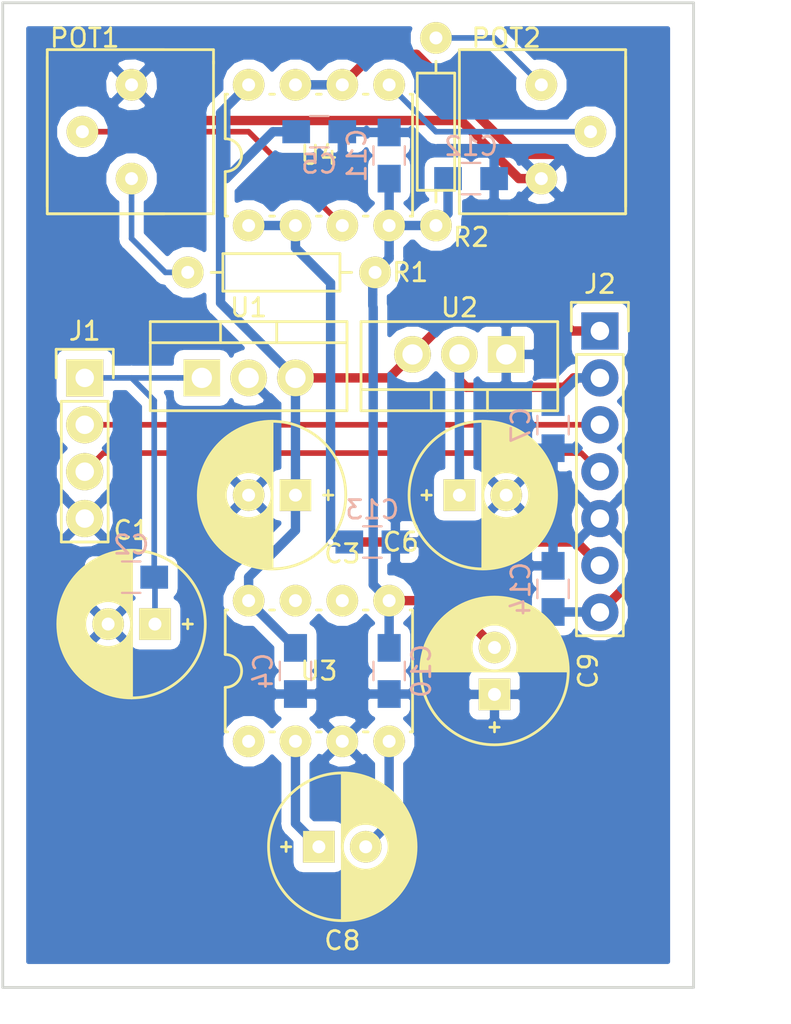
<source format=kicad_pcb>
(kicad_pcb (version 20171130) (host pcbnew "(5.0.2)-1")

  (general
    (thickness 1.6)
    (drawings 6)
    (tracks 100)
    (zones 0)
    (modules 24)
    (nets 17)
  )

  (page A4)
  (layers
    (0 F.Cu signal)
    (31 B.Cu signal)
    (32 B.Adhes user)
    (33 F.Adhes user)
    (34 B.Paste user)
    (35 F.Paste user)
    (36 B.SilkS user)
    (37 F.SilkS user)
    (38 B.Mask user)
    (39 F.Mask user)
    (40 Dwgs.User user)
    (41 Cmts.User user)
    (42 Eco1.User user)
    (43 Eco2.User user)
    (44 Edge.Cuts user)
    (45 Margin user)
    (46 B.CrtYd user)
    (47 F.CrtYd user)
    (48 B.Fab user)
    (49 F.Fab user)
  )

  (setup
    (last_trace_width 0.3048)
    (trace_clearance 0.2)
    (zone_clearance 0.508)
    (zone_45_only no)
    (trace_min 0.2)
    (segment_width 0.2)
    (edge_width 0.15)
    (via_size 0.45)
    (via_drill 0.3)
    (via_min_size 0.4)
    (via_min_drill 0.3)
    (uvia_size 0.3)
    (uvia_drill 0.1)
    (uvias_allowed no)
    (uvia_min_size 0.2)
    (uvia_min_drill 0.1)
    (pcb_text_width 0.3)
    (pcb_text_size 1.5 1.5)
    (mod_edge_width 0.15)
    (mod_text_size 1 1)
    (mod_text_width 0.15)
    (pad_size 1.524 1.524)
    (pad_drill 0.762)
    (pad_to_mask_clearance 0.051)
    (solder_mask_min_width 0.25)
    (aux_axis_origin 0 0)
    (visible_elements 7FFDFFFF)
    (pcbplotparams
      (layerselection 0x010f0_ffffffff)
      (usegerberextensions true)
      (usegerberattributes false)
      (usegerberadvancedattributes false)
      (creategerberjobfile false)
      (excludeedgelayer true)
      (linewidth 0.100000)
      (plotframeref false)
      (viasonmask false)
      (mode 1)
      (useauxorigin false)
      (hpglpennumber 1)
      (hpglpenspeed 20)
      (hpglpendiameter 15.000000)
      (psnegative false)
      (psa4output false)
      (plotreference true)
      (plotvalue false)
      (plotinvisibletext false)
      (padsonsilk false)
      (subtractmaskfromsilk false)
      (outputformat 1)
      (mirror false)
      (drillshape 0)
      (scaleselection 1)
      (outputdirectory "Gerber/"))
  )

  (net 0 "")
  (net 1 Vin)
  (net 2 GND)
  (net 3 +5V)
  (net 4 +3V3)
  (net 5 "Net-(C8-Pad1)")
  (net 6 "Net-(C8-Pad2)")
  (net 7 -5V)
  (net 8 -0V5)
  (net 9 -2V8)
  (net 10 "Net-(J1-Pad3)")
  (net 11 "Net-(J1-Pad2)")
  (net 12 "Net-(POT1-Pad2)")
  (net 13 "Net-(POT1-Pad1)")
  (net 14 "Net-(POT2-Pad1)")
  (net 15 "Net-(POT2-Pad2)")
  (net 16 "Net-(U3-Pad7)")

  (net_class Default "This is the default net class."
    (clearance 0.2)
    (trace_width 0.3048)
    (via_dia 0.45)
    (via_drill 0.3)
    (uvia_dia 0.3)
    (uvia_drill 0.1)
    (add_net "Net-(J1-Pad2)")
    (add_net "Net-(J1-Pad3)")
    (add_net "Net-(POT1-Pad1)")
    (add_net "Net-(POT1-Pad2)")
    (add_net "Net-(POT2-Pad1)")
    (add_net "Net-(POT2-Pad2)")
    (add_net "Net-(U3-Pad7)")
    (add_net Vin)
  )

  (net_class Power ""
    (clearance 0.2)
    (trace_width 0.508)
    (via_dia 0.45)
    (via_drill 0.3)
    (uvia_dia 0.3)
    (uvia_drill 0.1)
    (add_net +3V3)
    (add_net +5V)
    (add_net -0V5)
    (add_net -2V8)
    (add_net -5V)
    (add_net GND)
    (add_net "Net-(C8-Pad1)")
    (add_net "Net-(C8-Pad2)")
  )

  (module CustomFootprint:Cap_Pol_Radial_D8_P2 (layer F.Cu) (tedit 58F09B01) (tstamp 5C2E0296)
    (at 122.555 63.5 180)
    (descr "Radial Electrolytic Capacitor Diameter 8mm x Length 13mm, Pitch 3.8mm")
    (tags "Electrolytic Capacitor")
    (path /5C2E673D)
    (fp_text reference C3 (at -2.54 -3.175) (layer F.SilkS)
      (effects (font (size 1 1) (thickness 0.15)))
    )
    (fp_text value 10uF (at 1.27 -4.826 180) (layer F.Fab)
      (effects (font (size 1 1) (thickness 0.15)))
    )
    (fp_circle (center 1.27 0) (end 5.27 0) (layer F.SilkS) (width 0.15))
    (fp_line (start 5.1435 0.6985) (end 5.1435 -0.5715) (layer F.SilkS) (width 0.15))
    (fp_line (start 5.08 1.016) (end 5.1435 0.6985) (layer F.SilkS) (width 0.15))
    (fp_line (start 5.08 -1.0795) (end 5.08 1.016) (layer F.SilkS) (width 0.15))
    (fp_line (start 4.953 -1.4605) (end 5.08 -1.0795) (layer F.SilkS) (width 0.15))
    (fp_line (start 4.953 1.3335) (end 4.953 -1.4605) (layer F.SilkS) (width 0.15))
    (fp_line (start 4.826 1.7145) (end 4.953 1.3335) (layer F.SilkS) (width 0.15))
    (fp_line (start 4.826 -1.651) (end 4.826 1.7145) (layer F.SilkS) (width 0.15))
    (fp_line (start 4.699 -1.905) (end 4.826 -1.651) (layer F.SilkS) (width 0.15))
    (fp_line (start 4.699 1.905) (end 4.699 -1.905) (layer F.SilkS) (width 0.15))
    (fp_line (start 4.572 2.0955) (end 4.699 1.905) (layer F.SilkS) (width 0.15))
    (fp_line (start 4.572 -2.159) (end 4.572 2.0955) (layer F.SilkS) (width 0.15))
    (fp_line (start 4.445 -2.413) (end 4.572 -2.159) (layer F.SilkS) (width 0.15))
    (fp_line (start 4.445 2.3495) (end 4.445 -2.413) (layer F.SilkS) (width 0.15))
    (fp_line (start 4.318 2.4765) (end 4.445 2.3495) (layer F.SilkS) (width 0.15))
    (fp_line (start 4.318 -2.4765) (end 4.318 2.4765) (layer F.SilkS) (width 0.15))
    (fp_line (start 4.191 -2.6035) (end 4.318 -2.4765) (layer F.SilkS) (width 0.15))
    (fp_line (start 4.191 2.6035) (end 4.191 -2.6035) (layer F.SilkS) (width 0.15))
    (fp_line (start 4.064 2.7305) (end 4.191 2.6035) (layer F.SilkS) (width 0.15))
    (fp_line (start 4.064 -2.794) (end 4.064 2.7305) (layer F.SilkS) (width 0.15))
    (fp_line (start 3.937 -2.8575) (end 4.064 -2.794) (layer F.SilkS) (width 0.15))
    (fp_line (start 3.937 2.8575) (end 3.937 -2.8575) (layer F.SilkS) (width 0.15))
    (fp_line (start 3.81 3.048) (end 3.937 2.8575) (layer F.SilkS) (width 0.15))
    (fp_line (start 3.81 -3.048) (end 3.81 3.048) (layer F.SilkS) (width 0.15))
    (fp_line (start 3.683 -3.175) (end 3.81 -3.048) (layer F.SilkS) (width 0.15))
    (fp_line (start 1.27 3.937) (end 1.397 3.937) (layer F.SilkS) (width 0.15))
    (fp_line (start 1.27 -4.0005) (end 1.27 3.937) (layer F.SilkS) (width 0.15))
    (fp_circle (center 2.54 0) (end 3.81 0) (layer F.SilkS) (width 0.15))
    (fp_line (start 4.445 2.2225) (end 4.5085 2.159) (layer F.SilkS) (width 0.15))
    (fp_line (start 3.937 2.8575) (end 4.064 2.7305) (layer F.SilkS) (width 0.15))
    (fp_line (start 5.0165 1.2065) (end 5.0165 1.016) (layer F.SilkS) (width 0.15))
    (fp_line (start 4.6355 -1.9685) (end 4.445 -2.032) (layer F.SilkS) (width 0.15))
    (fp_line (start 4.7625 -1.905) (end 4.6355 -1.9685) (layer F.SilkS) (width 0.15))
    (fp_line (start 3.81 -2.9845) (end 4.191 -2.6035) (layer F.SilkS) (width 0.15))
    (fp_line (start 3.683 -0.635) (end 3.683 -3.1115) (layer F.SilkS) (width 0.15))
    (fp_line (start 3.556 -0.8255) (end 3.683 -0.635) (layer F.SilkS) (width 0.15))
    (fp_line (start 3.556 -3.2385) (end 3.556 -0.8255) (layer F.SilkS) (width 0.15))
    (fp_line (start 3.429 -3.302) (end 3.556 -3.2385) (layer F.SilkS) (width 0.15))
    (fp_line (start 3.429 -0.9525) (end 3.429 -3.302) (layer F.SilkS) (width 0.15))
    (fp_line (start 3.302 -1.016) (end 3.429 -0.9525) (layer F.SilkS) (width 0.15))
    (fp_line (start 3.302 -3.429) (end 3.302 -1.016) (layer F.SilkS) (width 0.15))
    (fp_line (start 3.175 -3.4925) (end 3.302 -3.429) (layer F.SilkS) (width 0.15))
    (fp_line (start 3.175 -1.143) (end 3.175 -3.4925) (layer F.SilkS) (width 0.15))
    (fp_line (start 3.048 -1.2065) (end 3.175 -1.143) (layer F.SilkS) (width 0.15))
    (fp_line (start 3.048 -3.556) (end 3.048 -1.2065) (layer F.SilkS) (width 0.15))
    (fp_line (start 2.921 -3.6195) (end 3.048 -3.556) (layer F.SilkS) (width 0.15))
    (fp_line (start 2.921 -1.27) (end 2.921 -3.6195) (layer F.SilkS) (width 0.15))
    (fp_line (start 2.794 -1.27) (end 2.921 -1.27) (layer F.SilkS) (width 0.15))
    (fp_line (start 2.794 -3.683) (end 2.794 -1.27) (layer F.SilkS) (width 0.15))
    (fp_line (start 2.667 -3.7465) (end 2.794 -3.683) (layer F.SilkS) (width 0.15))
    (fp_line (start 2.667 -1.27) (end 2.667 -3.7465) (layer F.SilkS) (width 0.15))
    (fp_line (start 2.54 -1.27) (end 2.667 -1.27) (layer F.SilkS) (width 0.15))
    (fp_line (start 2.54 -3.7465) (end 2.54 -1.27) (layer F.SilkS) (width 0.15))
    (fp_line (start 2.413 -3.81) (end 2.54 -3.7465) (layer F.SilkS) (width 0.15))
    (fp_line (start 2.413 -1.27) (end 2.413 -3.81) (layer F.SilkS) (width 0.15))
    (fp_line (start 2.286 -1.27) (end 2.413 -1.27) (layer F.SilkS) (width 0.15))
    (fp_line (start 2.286 -3.81) (end 2.286 -1.27) (layer F.SilkS) (width 0.15))
    (fp_line (start 2.159 -3.81) (end 2.286 -3.81) (layer F.SilkS) (width 0.15))
    (fp_line (start 2.159 -1.27) (end 2.159 -3.81) (layer F.SilkS) (width 0.15))
    (fp_line (start 2.032 -1.2065) (end 2.159 -1.27) (layer F.SilkS) (width 0.15))
    (fp_line (start 2.032 -3.8735) (end 2.032 -1.2065) (layer F.SilkS) (width 0.15))
    (fp_line (start 1.905 -3.937) (end 2.032 -3.8735) (layer F.SilkS) (width 0.15))
    (fp_line (start 1.905 -1.2065) (end 1.905 -3.937) (layer F.SilkS) (width 0.15))
    (fp_line (start 1.778 -1.0795) (end 1.905 -1.2065) (layer F.SilkS) (width 0.15))
    (fp_line (start 1.778 -3.8735) (end 1.778 -1.0795) (layer F.SilkS) (width 0.15))
    (fp_line (start 1.651 -3.937) (end 1.778 -3.8735) (layer F.SilkS) (width 0.15))
    (fp_line (start 1.651 -0.9525) (end 1.651 -3.937) (layer F.SilkS) (width 0.15))
    (fp_line (start 1.524 -0.8255) (end 1.651 -0.9525) (layer F.SilkS) (width 0.15))
    (fp_line (start 1.524 -3.937) (end 1.524 -0.8255) (layer F.SilkS) (width 0.15))
    (fp_line (start 3.683 0.635) (end 3.683 3.1115) (layer F.SilkS) (width 0.15))
    (fp_line (start 3.556 0.8255) (end 3.683 0.635) (layer F.SilkS) (width 0.15))
    (fp_line (start 3.556 3.175) (end 3.556 0.8255) (layer F.SilkS) (width 0.15))
    (fp_line (start 3.429 3.3655) (end 3.556 3.175) (layer F.SilkS) (width 0.15))
    (fp_line (start 3.429 0.9525) (end 3.429 3.3655) (layer F.SilkS) (width 0.15))
    (fp_line (start 3.302 1.016) (end 3.429 0.9525) (layer F.SilkS) (width 0.15))
    (fp_line (start 3.302 3.3655) (end 3.302 1.016) (layer F.SilkS) (width 0.15))
    (fp_line (start 3.175 3.4925) (end 3.302 3.3655) (layer F.SilkS) (width 0.15))
    (fp_line (start 3.175 1.143) (end 3.175 3.4925) (layer F.SilkS) (width 0.15))
    (fp_line (start 3.048 1.2065) (end 3.175 1.143) (layer F.SilkS) (width 0.15))
    (fp_line (start 3.048 3.4925) (end 3.048 1.2065) (layer F.SilkS) (width 0.15))
    (fp_line (start 2.921 3.6195) (end 3.048 3.4925) (layer F.SilkS) (width 0.15))
    (fp_line (start 2.921 1.2065) (end 2.921 3.6195) (layer F.SilkS) (width 0.15))
    (fp_line (start 2.794 1.27) (end 2.921 1.2065) (layer F.SilkS) (width 0.15))
    (fp_line (start 2.794 3.6195) (end 2.794 1.27) (layer F.SilkS) (width 0.15))
    (fp_line (start 2.667 3.683) (end 2.794 3.6195) (layer F.SilkS) (width 0.15))
    (fp_line (start 2.667 1.3335) (end 2.667 3.683) (layer F.SilkS) (width 0.15))
    (fp_line (start 2.54 1.3335) (end 2.667 1.3335) (layer F.SilkS) (width 0.15))
    (fp_line (start 2.54 3.7465) (end 2.54 1.3335) (layer F.SilkS) (width 0.15))
    (fp_line (start 2.413 3.81) (end 2.54 3.7465) (layer F.SilkS) (width 0.15))
    (fp_line (start 2.413 1.27) (end 2.413 3.81) (layer F.SilkS) (width 0.15))
    (fp_line (start 2.286 1.27) (end 2.413 1.27) (layer F.SilkS) (width 0.15))
    (fp_line (start 2.286 3.81) (end 2.286 1.27) (layer F.SilkS) (width 0.15))
    (fp_line (start 2.159 3.81) (end 2.286 3.81) (layer F.SilkS) (width 0.15))
    (fp_line (start 2.159 1.27) (end 2.159 3.81) (layer F.SilkS) (width 0.15))
    (fp_line (start 2.032 1.2065) (end 2.159 1.27) (layer F.SilkS) (width 0.15))
    (fp_line (start 2.032 3.8735) (end 2.032 1.2065) (layer F.SilkS) (width 0.15))
    (fp_line (start 1.905 3.937) (end 2.032 3.8735) (layer F.SilkS) (width 0.15))
    (fp_line (start 1.905 1.143) (end 1.905 3.937) (layer F.SilkS) (width 0.15))
    (fp_line (start 1.778 1.0795) (end 1.905 1.143) (layer F.SilkS) (width 0.15))
    (fp_line (start 1.778 3.937) (end 1.778 1.0795) (layer F.SilkS) (width 0.15))
    (fp_line (start 1.651 3.937) (end 1.778 3.937) (layer F.SilkS) (width 0.15))
    (fp_line (start 1.651 0.9525) (end 1.651 3.937) (layer F.SilkS) (width 0.15))
    (fp_line (start 1.524 0.8255) (end 1.651 0.9525) (layer F.SilkS) (width 0.15))
    (fp_line (start 1.524 3.937) (end 1.524 0.8255) (layer F.SilkS) (width 0.15))
    (fp_line (start 1.397 3.937) (end 1.397 0.635) (layer F.SilkS) (width 0.15))
    (fp_line (start 1.397 -0.6985) (end 1.397 -3.8735) (layer F.SilkS) (width 0.15))
    (fp_line (start 1.27 -0.5715) (end 1.397 -0.6985) (layer F.SilkS) (width 0.15))
    (fp_line (start -1.524 0) (end -2.032 0) (layer F.SilkS) (width 0.15))
    (fp_line (start -1.778 -0.254) (end -1.778 0.254) (layer F.SilkS) (width 0.15))
    (pad 2 thru_hole circle (at 2.54 0 180) (size 1.716 1.716) (drill 0.7) (layers *.Cu *.Mask F.SilkS)
      (net 2 GND))
    (pad 1 thru_hole rect (at 0 0 180) (size 1.716 1.716) (drill 0.7) (layers *.Cu *.Mask F.SilkS)
      (net 3 +5V))
    (model Capacitors_ThroughHole.3dshapes/C_Radial_D8_L13_P3.8.wrl
      (offset (xyz 1.899998711464882 0 0))
      (scale (xyz 1 1 1))
      (rotate (xyz 0 0 90))
    )
  )

  (module CustomFootprint:IC_PDIP_8pin (layer F.Cu) (tedit 57E08585) (tstamp 5C2E0530)
    (at 123.825 45.085)
    (descr "PDIP-8 Standard 300mil 8pin Dual In Line Package")
    (tags "Power Integrations P Package")
    (path /5C2E0D8A)
    (fp_text reference U4 (at 0 0) (layer F.SilkS)
      (effects (font (size 1 1) (thickness 0.15)))
    )
    (fp_text value LM358 (at 0 1.524) (layer F.Fab)
      (effects (font (size 1 1) (thickness 0.15)))
    )
    (fp_line (start 5.08 3.302) (end 5.08 -3.302) (layer F.SilkS) (width 0.15))
    (fp_line (start -2.667 -3.302) (end -2.413 -3.302) (layer F.SilkS) (width 0.15))
    (fp_line (start -0.127 -3.302) (end 0.127 -3.302) (layer F.SilkS) (width 0.15))
    (fp_line (start 2.413 -3.302) (end 2.667 -3.302) (layer F.SilkS) (width 0.15))
    (fp_line (start 5.08 -3.302) (end 4.953 -3.302) (layer F.SilkS) (width 0.15))
    (fp_line (start -5.08 -3.302) (end -4.953 -3.302) (layer F.SilkS) (width 0.15))
    (fp_line (start -5.08 3.302) (end -4.953 3.302) (layer F.SilkS) (width 0.15))
    (fp_line (start -2.667 3.302) (end -2.413 3.302) (layer F.SilkS) (width 0.15))
    (fp_line (start -0.127 3.302) (end 0.127 3.302) (layer F.SilkS) (width 0.15))
    (fp_line (start 2.413 3.302) (end 2.667 3.302) (layer F.SilkS) (width 0.15))
    (fp_line (start 5.08 3.302) (end 4.953 3.302) (layer F.SilkS) (width 0.15))
    (fp_arc (start -5.08 0) (end -5.08 -0.889) (angle 90) (layer F.SilkS) (width 0.15))
    (fp_arc (start -5.08 0) (end -4.191 0) (angle 90) (layer F.SilkS) (width 0.15))
    (fp_line (start -5.08 -0.889) (end -5.08 -3.302) (layer F.SilkS) (width 0.15))
    (fp_line (start -5.08 0.889) (end -5.08 3.302) (layer F.SilkS) (width 0.15))
    (pad 8 thru_hole circle (at -3.81 -3.81) (size 1.716 1.716) (drill 0.7) (layers *.Cu *.Mask F.SilkS)
      (net 3 +5V))
    (pad 7 thru_hole circle (at -1.27 -3.81) (size 1.716 1.716) (drill 0.7) (layers *.Cu *.Mask F.SilkS)
      (net 9 -2V8))
    (pad 6 thru_hole circle (at 1.27 -3.81) (size 1.716 1.716) (drill 0.7) (layers *.Cu *.Mask F.SilkS)
      (net 9 -2V8))
    (pad 5 thru_hole circle (at 3.81 -3.81) (size 1.716 1.716) (drill 0.7) (layers *.Cu *.Mask F.SilkS)
      (net 15 "Net-(POT2-Pad2)"))
    (pad 4 thru_hole circle (at 3.81 3.81) (size 1.716 1.716) (drill 0.7) (layers *.Cu *.Mask F.SilkS)
      (net 7 -5V))
    (pad 3 thru_hole circle (at 1.27 3.81) (size 1.716 1.716) (drill 0.7) (layers *.Cu *.Mask F.SilkS)
      (net 12 "Net-(POT1-Pad2)"))
    (pad 2 thru_hole circle (at -1.27 3.81) (size 1.716 1.716) (drill 0.7) (layers *.Cu *.Mask F.SilkS)
      (net 8 -0V5))
    (pad 1 thru_hole circle (at -3.81 3.81) (size 1.716 1.716) (drill 0.7) (layers *.Cu *.Mask F.SilkS)
      (net 8 -0V5))
  )

  (module CustomFootprint:Resistor-0.25W (layer F.Cu) (tedit 57E029C8) (tstamp 5C2E04D8)
    (at 130.175 48.895 90)
    (descr "Resitance 4 pas")
    (tags R)
    (path /5C2E0DAE)
    (fp_text reference R2 (at -0.635 1.905 180) (layer F.SilkS)
      (effects (font (size 1 1) (thickness 0.15)))
    )
    (fp_text value 6K8 (at 5.08 1.905 90) (layer F.Fab)
      (effects (font (size 1 1) (thickness 0.15)))
    )
    (fp_line (start 1.905 1.016) (end 1.905 0) (layer F.SilkS) (width 0.15))
    (fp_line (start 8.255 -1.016) (end 8.255 1.016) (layer F.SilkS) (width 0.15))
    (fp_line (start 1.905 0) (end 1.905 -1.016) (layer F.SilkS) (width 0.15))
    (fp_line (start 1.905 0) (end 1.27 0) (layer F.SilkS) (width 0.15))
    (fp_line (start 8.255 0) (end 8.89 0) (layer F.SilkS) (width 0.15))
    (fp_line (start 1.905 -1.016) (end 8.255 -1.016) (layer F.SilkS) (width 0.15))
    (fp_line (start 8.255 1.016) (end 1.905 1.016) (layer F.SilkS) (width 0.15))
    (pad 2 thru_hole circle (at 10.16 0 90) (size 1.716 1.716) (drill 0.7) (layers *.Cu *.Mask F.SilkS)
      (net 14 "Net-(POT2-Pad1)"))
    (pad 1 thru_hole circle (at 0 0 90) (size 1.716 1.716) (drill 0.7) (layers *.Cu *.Mask F.SilkS)
      (net 7 -5V))
    (model Discret.3dshapes/R4.wrl
      (at (xyz 0 0 0))
      (scale (xyz 0.4 0.4 0.4))
      (rotate (xyz 0 0 0))
    )
  )

  (module CustomFootprint:Potentiometer_Bourns_3386 (layer F.Cu) (tedit 57E0339E) (tstamp 5C2E20F4)
    (at 135.89 41.275 90)
    (descr "5/16, Round, Trimming, Potentiometer, Bourns, 3339")
    (tags "5/16, Round, Trimming, Potentiometer, Bourns, 3339")
    (path /5C2E0DA1)
    (fp_text reference POT2 (at 2.54 -1.905 180) (layer F.SilkS)
      (effects (font (size 1 1) (thickness 0.15)))
    )
    (fp_text value 10K (at -2.54 -5.334 90) (layer F.Fab)
      (effects (font (size 1 1) (thickness 0.15)))
    )
    (fp_line (start 1.27 -4.445) (end 1.905 -4.445) (layer F.SilkS) (width 0.15))
    (fp_line (start 1.905 -4.445) (end 1.905 4.572) (layer F.SilkS) (width 0.15))
    (fp_line (start 1.905 4.572) (end -6.985 4.572) (layer F.SilkS) (width 0.15))
    (fp_line (start -6.985 4.572) (end -6.985 -4.445) (layer F.SilkS) (width 0.15))
    (fp_line (start -6.985 -4.445) (end -6.223 -4.445) (layer F.SilkS) (width 0.15))
    (fp_line (start -6.985 -1.778) (end -6.985 4.572) (layer F.SilkS) (width 0.15))
    (fp_line (start 1.905 -1.778) (end 1.905 4.572) (layer F.SilkS) (width 0.15))
    (fp_line (start -6.35 -4.445) (end 1.27 -4.445) (layer F.SilkS) (width 0.15))
    (fp_line (start -6.604 4.572) (end 1.524 4.572) (layer F.SilkS) (width 0.15))
    (pad 1 thru_hole circle (at 0 0 90) (size 1.716 1.716) (drill 0.7) (layers *.Cu *.Mask F.SilkS)
      (net 14 "Net-(POT2-Pad1)"))
    (pad 2 thru_hole circle (at -2.54 2.667 90) (size 1.716 1.716) (drill 0.7) (layers *.Cu *.Mask F.SilkS)
      (net 15 "Net-(POT2-Pad2)"))
    (pad 3 thru_hole circle (at -5.08 0 90) (size 1.716 1.716) (drill 0.7) (layers *.Cu *.Mask F.SilkS)
      (net 2 GND))
    (model Potentiometers.3dshapes/Potentiometer_Bourns_3339S_Angular_ScrewFront.wrl
      (at (xyz 0 0 0))
      (scale (xyz 1 1 1))
      (rotate (xyz 0 0 0))
    )
  )

  (module Capacitors_SMD:C_0805_HandSoldering (layer B.Cu) (tedit 58AA84A8) (tstamp 5C2E0455)
    (at 132.08 46.355 180)
    (descr "Capacitor SMD 0805, hand soldering")
    (tags "capacitor 0805")
    (path /5C2E9EB5)
    (attr smd)
    (fp_text reference C12 (at 0 1.75 180) (layer B.SilkS)
      (effects (font (size 1 1) (thickness 0.15)) (justify mirror))
    )
    (fp_text value 100nF (at 0 -1.75 180) (layer B.Fab)
      (effects (font (size 1 1) (thickness 0.15)) (justify mirror))
    )
    (fp_line (start 2.25 -0.87) (end -2.25 -0.87) (layer B.CrtYd) (width 0.05))
    (fp_line (start 2.25 -0.87) (end 2.25 0.88) (layer B.CrtYd) (width 0.05))
    (fp_line (start -2.25 0.88) (end -2.25 -0.87) (layer B.CrtYd) (width 0.05))
    (fp_line (start -2.25 0.88) (end 2.25 0.88) (layer B.CrtYd) (width 0.05))
    (fp_line (start -0.5 -0.85) (end 0.5 -0.85) (layer B.SilkS) (width 0.12))
    (fp_line (start 0.5 0.85) (end -0.5 0.85) (layer B.SilkS) (width 0.12))
    (fp_line (start -1 0.62) (end 1 0.62) (layer B.Fab) (width 0.1))
    (fp_line (start 1 0.62) (end 1 -0.62) (layer B.Fab) (width 0.1))
    (fp_line (start 1 -0.62) (end -1 -0.62) (layer B.Fab) (width 0.1))
    (fp_line (start -1 -0.62) (end -1 0.62) (layer B.Fab) (width 0.1))
    (fp_text user %R (at 0 1.75 180) (layer B.Fab)
      (effects (font (size 1 1) (thickness 0.15)) (justify mirror))
    )
    (pad 2 smd rect (at 1.25 0 180) (size 1.5 1.25) (layers B.Cu B.Paste B.Mask)
      (net 7 -5V))
    (pad 1 smd rect (at -1.25 0 180) (size 1.5 1.25) (layers B.Cu B.Paste B.Mask)
      (net 2 GND))
    (model Capacitors_SMD.3dshapes/C_0805.wrl
      (at (xyz 0 0 0))
      (scale (xyz 1 1 1))
      (rotate (xyz 0 0 0))
    )
  )

  (module CustomFootprint:Cap_Pol_Radial_D8_P2 (layer F.Cu) (tedit 58F09B01) (tstamp 5C2E0212)
    (at 114.935 70.485 180)
    (descr "Radial Electrolytic Capacitor Diameter 8mm x Length 13mm, Pitch 3.8mm")
    (tags "Electrolytic Capacitor")
    (path /5C2ECAD3)
    (fp_text reference C1 (at 1.27 5.08) (layer F.SilkS)
      (effects (font (size 1 1) (thickness 0.15)))
    )
    (fp_text value 10uF (at 1.27 -4.826 180) (layer F.Fab)
      (effects (font (size 1 1) (thickness 0.15)))
    )
    (fp_line (start -1.778 -0.254) (end -1.778 0.254) (layer F.SilkS) (width 0.15))
    (fp_line (start -1.524 0) (end -2.032 0) (layer F.SilkS) (width 0.15))
    (fp_line (start 1.27 -0.5715) (end 1.397 -0.6985) (layer F.SilkS) (width 0.15))
    (fp_line (start 1.397 -0.6985) (end 1.397 -3.8735) (layer F.SilkS) (width 0.15))
    (fp_line (start 1.397 3.937) (end 1.397 0.635) (layer F.SilkS) (width 0.15))
    (fp_line (start 1.524 3.937) (end 1.524 0.8255) (layer F.SilkS) (width 0.15))
    (fp_line (start 1.524 0.8255) (end 1.651 0.9525) (layer F.SilkS) (width 0.15))
    (fp_line (start 1.651 0.9525) (end 1.651 3.937) (layer F.SilkS) (width 0.15))
    (fp_line (start 1.651 3.937) (end 1.778 3.937) (layer F.SilkS) (width 0.15))
    (fp_line (start 1.778 3.937) (end 1.778 1.0795) (layer F.SilkS) (width 0.15))
    (fp_line (start 1.778 1.0795) (end 1.905 1.143) (layer F.SilkS) (width 0.15))
    (fp_line (start 1.905 1.143) (end 1.905 3.937) (layer F.SilkS) (width 0.15))
    (fp_line (start 1.905 3.937) (end 2.032 3.8735) (layer F.SilkS) (width 0.15))
    (fp_line (start 2.032 3.8735) (end 2.032 1.2065) (layer F.SilkS) (width 0.15))
    (fp_line (start 2.032 1.2065) (end 2.159 1.27) (layer F.SilkS) (width 0.15))
    (fp_line (start 2.159 1.27) (end 2.159 3.81) (layer F.SilkS) (width 0.15))
    (fp_line (start 2.159 3.81) (end 2.286 3.81) (layer F.SilkS) (width 0.15))
    (fp_line (start 2.286 3.81) (end 2.286 1.27) (layer F.SilkS) (width 0.15))
    (fp_line (start 2.286 1.27) (end 2.413 1.27) (layer F.SilkS) (width 0.15))
    (fp_line (start 2.413 1.27) (end 2.413 3.81) (layer F.SilkS) (width 0.15))
    (fp_line (start 2.413 3.81) (end 2.54 3.7465) (layer F.SilkS) (width 0.15))
    (fp_line (start 2.54 3.7465) (end 2.54 1.3335) (layer F.SilkS) (width 0.15))
    (fp_line (start 2.54 1.3335) (end 2.667 1.3335) (layer F.SilkS) (width 0.15))
    (fp_line (start 2.667 1.3335) (end 2.667 3.683) (layer F.SilkS) (width 0.15))
    (fp_line (start 2.667 3.683) (end 2.794 3.6195) (layer F.SilkS) (width 0.15))
    (fp_line (start 2.794 3.6195) (end 2.794 1.27) (layer F.SilkS) (width 0.15))
    (fp_line (start 2.794 1.27) (end 2.921 1.2065) (layer F.SilkS) (width 0.15))
    (fp_line (start 2.921 1.2065) (end 2.921 3.6195) (layer F.SilkS) (width 0.15))
    (fp_line (start 2.921 3.6195) (end 3.048 3.4925) (layer F.SilkS) (width 0.15))
    (fp_line (start 3.048 3.4925) (end 3.048 1.2065) (layer F.SilkS) (width 0.15))
    (fp_line (start 3.048 1.2065) (end 3.175 1.143) (layer F.SilkS) (width 0.15))
    (fp_line (start 3.175 1.143) (end 3.175 3.4925) (layer F.SilkS) (width 0.15))
    (fp_line (start 3.175 3.4925) (end 3.302 3.3655) (layer F.SilkS) (width 0.15))
    (fp_line (start 3.302 3.3655) (end 3.302 1.016) (layer F.SilkS) (width 0.15))
    (fp_line (start 3.302 1.016) (end 3.429 0.9525) (layer F.SilkS) (width 0.15))
    (fp_line (start 3.429 0.9525) (end 3.429 3.3655) (layer F.SilkS) (width 0.15))
    (fp_line (start 3.429 3.3655) (end 3.556 3.175) (layer F.SilkS) (width 0.15))
    (fp_line (start 3.556 3.175) (end 3.556 0.8255) (layer F.SilkS) (width 0.15))
    (fp_line (start 3.556 0.8255) (end 3.683 0.635) (layer F.SilkS) (width 0.15))
    (fp_line (start 3.683 0.635) (end 3.683 3.1115) (layer F.SilkS) (width 0.15))
    (fp_line (start 1.524 -3.937) (end 1.524 -0.8255) (layer F.SilkS) (width 0.15))
    (fp_line (start 1.524 -0.8255) (end 1.651 -0.9525) (layer F.SilkS) (width 0.15))
    (fp_line (start 1.651 -0.9525) (end 1.651 -3.937) (layer F.SilkS) (width 0.15))
    (fp_line (start 1.651 -3.937) (end 1.778 -3.8735) (layer F.SilkS) (width 0.15))
    (fp_line (start 1.778 -3.8735) (end 1.778 -1.0795) (layer F.SilkS) (width 0.15))
    (fp_line (start 1.778 -1.0795) (end 1.905 -1.2065) (layer F.SilkS) (width 0.15))
    (fp_line (start 1.905 -1.2065) (end 1.905 -3.937) (layer F.SilkS) (width 0.15))
    (fp_line (start 1.905 -3.937) (end 2.032 -3.8735) (layer F.SilkS) (width 0.15))
    (fp_line (start 2.032 -3.8735) (end 2.032 -1.2065) (layer F.SilkS) (width 0.15))
    (fp_line (start 2.032 -1.2065) (end 2.159 -1.27) (layer F.SilkS) (width 0.15))
    (fp_line (start 2.159 -1.27) (end 2.159 -3.81) (layer F.SilkS) (width 0.15))
    (fp_line (start 2.159 -3.81) (end 2.286 -3.81) (layer F.SilkS) (width 0.15))
    (fp_line (start 2.286 -3.81) (end 2.286 -1.27) (layer F.SilkS) (width 0.15))
    (fp_line (start 2.286 -1.27) (end 2.413 -1.27) (layer F.SilkS) (width 0.15))
    (fp_line (start 2.413 -1.27) (end 2.413 -3.81) (layer F.SilkS) (width 0.15))
    (fp_line (start 2.413 -3.81) (end 2.54 -3.7465) (layer F.SilkS) (width 0.15))
    (fp_line (start 2.54 -3.7465) (end 2.54 -1.27) (layer F.SilkS) (width 0.15))
    (fp_line (start 2.54 -1.27) (end 2.667 -1.27) (layer F.SilkS) (width 0.15))
    (fp_line (start 2.667 -1.27) (end 2.667 -3.7465) (layer F.SilkS) (width 0.15))
    (fp_line (start 2.667 -3.7465) (end 2.794 -3.683) (layer F.SilkS) (width 0.15))
    (fp_line (start 2.794 -3.683) (end 2.794 -1.27) (layer F.SilkS) (width 0.15))
    (fp_line (start 2.794 -1.27) (end 2.921 -1.27) (layer F.SilkS) (width 0.15))
    (fp_line (start 2.921 -1.27) (end 2.921 -3.6195) (layer F.SilkS) (width 0.15))
    (fp_line (start 2.921 -3.6195) (end 3.048 -3.556) (layer F.SilkS) (width 0.15))
    (fp_line (start 3.048 -3.556) (end 3.048 -1.2065) (layer F.SilkS) (width 0.15))
    (fp_line (start 3.048 -1.2065) (end 3.175 -1.143) (layer F.SilkS) (width 0.15))
    (fp_line (start 3.175 -1.143) (end 3.175 -3.4925) (layer F.SilkS) (width 0.15))
    (fp_line (start 3.175 -3.4925) (end 3.302 -3.429) (layer F.SilkS) (width 0.15))
    (fp_line (start 3.302 -3.429) (end 3.302 -1.016) (layer F.SilkS) (width 0.15))
    (fp_line (start 3.302 -1.016) (end 3.429 -0.9525) (layer F.SilkS) (width 0.15))
    (fp_line (start 3.429 -0.9525) (end 3.429 -3.302) (layer F.SilkS) (width 0.15))
    (fp_line (start 3.429 -3.302) (end 3.556 -3.2385) (layer F.SilkS) (width 0.15))
    (fp_line (start 3.556 -3.2385) (end 3.556 -0.8255) (layer F.SilkS) (width 0.15))
    (fp_line (start 3.556 -0.8255) (end 3.683 -0.635) (layer F.SilkS) (width 0.15))
    (fp_line (start 3.683 -0.635) (end 3.683 -3.1115) (layer F.SilkS) (width 0.15))
    (fp_line (start 3.81 -2.9845) (end 4.191 -2.6035) (layer F.SilkS) (width 0.15))
    (fp_line (start 4.7625 -1.905) (end 4.6355 -1.9685) (layer F.SilkS) (width 0.15))
    (fp_line (start 4.6355 -1.9685) (end 4.445 -2.032) (layer F.SilkS) (width 0.15))
    (fp_line (start 5.0165 1.2065) (end 5.0165 1.016) (layer F.SilkS) (width 0.15))
    (fp_line (start 3.937 2.8575) (end 4.064 2.7305) (layer F.SilkS) (width 0.15))
    (fp_line (start 4.445 2.2225) (end 4.5085 2.159) (layer F.SilkS) (width 0.15))
    (fp_circle (center 2.54 0) (end 3.81 0) (layer F.SilkS) (width 0.15))
    (fp_line (start 1.27 -4.0005) (end 1.27 3.937) (layer F.SilkS) (width 0.15))
    (fp_line (start 1.27 3.937) (end 1.397 3.937) (layer F.SilkS) (width 0.15))
    (fp_line (start 3.683 -3.175) (end 3.81 -3.048) (layer F.SilkS) (width 0.15))
    (fp_line (start 3.81 -3.048) (end 3.81 3.048) (layer F.SilkS) (width 0.15))
    (fp_line (start 3.81 3.048) (end 3.937 2.8575) (layer F.SilkS) (width 0.15))
    (fp_line (start 3.937 2.8575) (end 3.937 -2.8575) (layer F.SilkS) (width 0.15))
    (fp_line (start 3.937 -2.8575) (end 4.064 -2.794) (layer F.SilkS) (width 0.15))
    (fp_line (start 4.064 -2.794) (end 4.064 2.7305) (layer F.SilkS) (width 0.15))
    (fp_line (start 4.064 2.7305) (end 4.191 2.6035) (layer F.SilkS) (width 0.15))
    (fp_line (start 4.191 2.6035) (end 4.191 -2.6035) (layer F.SilkS) (width 0.15))
    (fp_line (start 4.191 -2.6035) (end 4.318 -2.4765) (layer F.SilkS) (width 0.15))
    (fp_line (start 4.318 -2.4765) (end 4.318 2.4765) (layer F.SilkS) (width 0.15))
    (fp_line (start 4.318 2.4765) (end 4.445 2.3495) (layer F.SilkS) (width 0.15))
    (fp_line (start 4.445 2.3495) (end 4.445 -2.413) (layer F.SilkS) (width 0.15))
    (fp_line (start 4.445 -2.413) (end 4.572 -2.159) (layer F.SilkS) (width 0.15))
    (fp_line (start 4.572 -2.159) (end 4.572 2.0955) (layer F.SilkS) (width 0.15))
    (fp_line (start 4.572 2.0955) (end 4.699 1.905) (layer F.SilkS) (width 0.15))
    (fp_line (start 4.699 1.905) (end 4.699 -1.905) (layer F.SilkS) (width 0.15))
    (fp_line (start 4.699 -1.905) (end 4.826 -1.651) (layer F.SilkS) (width 0.15))
    (fp_line (start 4.826 -1.651) (end 4.826 1.7145) (layer F.SilkS) (width 0.15))
    (fp_line (start 4.826 1.7145) (end 4.953 1.3335) (layer F.SilkS) (width 0.15))
    (fp_line (start 4.953 1.3335) (end 4.953 -1.4605) (layer F.SilkS) (width 0.15))
    (fp_line (start 4.953 -1.4605) (end 5.08 -1.0795) (layer F.SilkS) (width 0.15))
    (fp_line (start 5.08 -1.0795) (end 5.08 1.016) (layer F.SilkS) (width 0.15))
    (fp_line (start 5.08 1.016) (end 5.1435 0.6985) (layer F.SilkS) (width 0.15))
    (fp_line (start 5.1435 0.6985) (end 5.1435 -0.5715) (layer F.SilkS) (width 0.15))
    (fp_circle (center 1.27 0) (end 5.27 0) (layer F.SilkS) (width 0.15))
    (pad 1 thru_hole rect (at 0 0 180) (size 1.716 1.716) (drill 0.7) (layers *.Cu *.Mask F.SilkS)
      (net 1 Vin))
    (pad 2 thru_hole circle (at 2.54 0 180) (size 1.716 1.716) (drill 0.7) (layers *.Cu *.Mask F.SilkS)
      (net 2 GND))
    (model Capacitors_ThroughHole.3dshapes/C_Radial_D8_L13_P3.8.wrl
      (offset (xyz 1.899998711464882 0 0))
      (scale (xyz 1 1 1))
      (rotate (xyz 0 0 90))
    )
  )

  (module Capacitors_SMD:C_0805_HandSoldering (layer B.Cu) (tedit 58AA84A8) (tstamp 5C2E0223)
    (at 113.645 67.945 180)
    (descr "Capacitor SMD 0805, hand soldering")
    (tags "capacitor 0805")
    (path /5C2ECB14)
    (attr smd)
    (fp_text reference C2 (at 0 1.75 180) (layer B.SilkS)
      (effects (font (size 1 1) (thickness 0.15)) (justify mirror))
    )
    (fp_text value 100nF (at 0 -1.75 180) (layer B.Fab)
      (effects (font (size 1 1) (thickness 0.15)) (justify mirror))
    )
    (fp_line (start 2.25 -0.87) (end -2.25 -0.87) (layer B.CrtYd) (width 0.05))
    (fp_line (start 2.25 -0.87) (end 2.25 0.88) (layer B.CrtYd) (width 0.05))
    (fp_line (start -2.25 0.88) (end -2.25 -0.87) (layer B.CrtYd) (width 0.05))
    (fp_line (start -2.25 0.88) (end 2.25 0.88) (layer B.CrtYd) (width 0.05))
    (fp_line (start -0.5 -0.85) (end 0.5 -0.85) (layer B.SilkS) (width 0.12))
    (fp_line (start 0.5 0.85) (end -0.5 0.85) (layer B.SilkS) (width 0.12))
    (fp_line (start -1 0.62) (end 1 0.62) (layer B.Fab) (width 0.1))
    (fp_line (start 1 0.62) (end 1 -0.62) (layer B.Fab) (width 0.1))
    (fp_line (start 1 -0.62) (end -1 -0.62) (layer B.Fab) (width 0.1))
    (fp_line (start -1 -0.62) (end -1 0.62) (layer B.Fab) (width 0.1))
    (fp_text user %R (at 0 1.75 180) (layer B.Fab)
      (effects (font (size 1 1) (thickness 0.15)) (justify mirror))
    )
    (pad 2 smd rect (at 1.25 0 180) (size 1.5 1.25) (layers B.Cu B.Paste B.Mask)
      (net 2 GND))
    (pad 1 smd rect (at -1.25 0 180) (size 1.5 1.25) (layers B.Cu B.Paste B.Mask)
      (net 1 Vin))
    (model Capacitors_SMD.3dshapes/C_0805.wrl
      (at (xyz 0 0 0))
      (scale (xyz 1 1 1))
      (rotate (xyz 0 0 0))
    )
  )

  (module Capacitors_SMD:C_0805_HandSoldering (layer B.Cu) (tedit 58AA84A8) (tstamp 5C2E02A7)
    (at 122.555 73.025 270)
    (descr "Capacitor SMD 0805, hand soldering")
    (tags "capacitor 0805")
    (path /5C2EBAD8)
    (attr smd)
    (fp_text reference C4 (at 0 1.75 270) (layer B.SilkS)
      (effects (font (size 1 1) (thickness 0.15)) (justify mirror))
    )
    (fp_text value 100nF (at 0 -1.75 270) (layer B.Fab)
      (effects (font (size 1 1) (thickness 0.15)) (justify mirror))
    )
    (fp_text user %R (at 0 1.75 270) (layer B.Fab)
      (effects (font (size 1 1) (thickness 0.15)) (justify mirror))
    )
    (fp_line (start -1 -0.62) (end -1 0.62) (layer B.Fab) (width 0.1))
    (fp_line (start 1 -0.62) (end -1 -0.62) (layer B.Fab) (width 0.1))
    (fp_line (start 1 0.62) (end 1 -0.62) (layer B.Fab) (width 0.1))
    (fp_line (start -1 0.62) (end 1 0.62) (layer B.Fab) (width 0.1))
    (fp_line (start 0.5 0.85) (end -0.5 0.85) (layer B.SilkS) (width 0.12))
    (fp_line (start -0.5 -0.85) (end 0.5 -0.85) (layer B.SilkS) (width 0.12))
    (fp_line (start -2.25 0.88) (end 2.25 0.88) (layer B.CrtYd) (width 0.05))
    (fp_line (start -2.25 0.88) (end -2.25 -0.87) (layer B.CrtYd) (width 0.05))
    (fp_line (start 2.25 -0.87) (end 2.25 0.88) (layer B.CrtYd) (width 0.05))
    (fp_line (start 2.25 -0.87) (end -2.25 -0.87) (layer B.CrtYd) (width 0.05))
    (pad 1 smd rect (at -1.25 0 270) (size 1.5 1.25) (layers B.Cu B.Paste B.Mask)
      (net 3 +5V))
    (pad 2 smd rect (at 1.25 0 270) (size 1.5 1.25) (layers B.Cu B.Paste B.Mask)
      (net 2 GND))
    (model Capacitors_SMD.3dshapes/C_0805.wrl
      (at (xyz 0 0 0))
      (scale (xyz 1 1 1))
      (rotate (xyz 0 0 0))
    )
  )

  (module Capacitors_SMD:C_0805_HandSoldering (layer B.Cu) (tedit 58AA84A8) (tstamp 5C2E02B8)
    (at 123.845 43.815)
    (descr "Capacitor SMD 0805, hand soldering")
    (tags "capacitor 0805")
    (path /5C2F924A)
    (attr smd)
    (fp_text reference C5 (at 0 1.75) (layer B.SilkS)
      (effects (font (size 1 1) (thickness 0.15)) (justify mirror))
    )
    (fp_text value 100nF (at 0 -1.75) (layer B.Fab)
      (effects (font (size 1 1) (thickness 0.15)) (justify mirror))
    )
    (fp_text user %R (at 0 1.75) (layer B.Fab)
      (effects (font (size 1 1) (thickness 0.15)) (justify mirror))
    )
    (fp_line (start -1 -0.62) (end -1 0.62) (layer B.Fab) (width 0.1))
    (fp_line (start 1 -0.62) (end -1 -0.62) (layer B.Fab) (width 0.1))
    (fp_line (start 1 0.62) (end 1 -0.62) (layer B.Fab) (width 0.1))
    (fp_line (start -1 0.62) (end 1 0.62) (layer B.Fab) (width 0.1))
    (fp_line (start 0.5 0.85) (end -0.5 0.85) (layer B.SilkS) (width 0.12))
    (fp_line (start -0.5 -0.85) (end 0.5 -0.85) (layer B.SilkS) (width 0.12))
    (fp_line (start -2.25 0.88) (end 2.25 0.88) (layer B.CrtYd) (width 0.05))
    (fp_line (start -2.25 0.88) (end -2.25 -0.87) (layer B.CrtYd) (width 0.05))
    (fp_line (start 2.25 -0.87) (end 2.25 0.88) (layer B.CrtYd) (width 0.05))
    (fp_line (start 2.25 -0.87) (end -2.25 -0.87) (layer B.CrtYd) (width 0.05))
    (pad 1 smd rect (at -1.25 0) (size 1.5 1.25) (layers B.Cu B.Paste B.Mask)
      (net 3 +5V))
    (pad 2 smd rect (at 1.25 0) (size 1.5 1.25) (layers B.Cu B.Paste B.Mask)
      (net 2 GND))
    (model Capacitors_SMD.3dshapes/C_0805.wrl
      (at (xyz 0 0 0))
      (scale (xyz 1 1 1))
      (rotate (xyz 0 0 0))
    )
  )

  (module CustomFootprint:Cap_Pol_Radial_D8_P2 (layer F.Cu) (tedit 58F09B01) (tstamp 5C2E032B)
    (at 131.445 63.5)
    (descr "Radial Electrolytic Capacitor Diameter 8mm x Length 13mm, Pitch 3.8mm")
    (tags "Electrolytic Capacitor")
    (path /5C2DF44E)
    (fp_text reference C6 (at -3.175 2.54 180) (layer F.SilkS)
      (effects (font (size 1 1) (thickness 0.15)))
    )
    (fp_text value 10uF (at 1.27 -4.826) (layer F.Fab)
      (effects (font (size 1 1) (thickness 0.15)))
    )
    (fp_circle (center 1.27 0) (end 5.27 0) (layer F.SilkS) (width 0.15))
    (fp_line (start 5.1435 0.6985) (end 5.1435 -0.5715) (layer F.SilkS) (width 0.15))
    (fp_line (start 5.08 1.016) (end 5.1435 0.6985) (layer F.SilkS) (width 0.15))
    (fp_line (start 5.08 -1.0795) (end 5.08 1.016) (layer F.SilkS) (width 0.15))
    (fp_line (start 4.953 -1.4605) (end 5.08 -1.0795) (layer F.SilkS) (width 0.15))
    (fp_line (start 4.953 1.3335) (end 4.953 -1.4605) (layer F.SilkS) (width 0.15))
    (fp_line (start 4.826 1.7145) (end 4.953 1.3335) (layer F.SilkS) (width 0.15))
    (fp_line (start 4.826 -1.651) (end 4.826 1.7145) (layer F.SilkS) (width 0.15))
    (fp_line (start 4.699 -1.905) (end 4.826 -1.651) (layer F.SilkS) (width 0.15))
    (fp_line (start 4.699 1.905) (end 4.699 -1.905) (layer F.SilkS) (width 0.15))
    (fp_line (start 4.572 2.0955) (end 4.699 1.905) (layer F.SilkS) (width 0.15))
    (fp_line (start 4.572 -2.159) (end 4.572 2.0955) (layer F.SilkS) (width 0.15))
    (fp_line (start 4.445 -2.413) (end 4.572 -2.159) (layer F.SilkS) (width 0.15))
    (fp_line (start 4.445 2.3495) (end 4.445 -2.413) (layer F.SilkS) (width 0.15))
    (fp_line (start 4.318 2.4765) (end 4.445 2.3495) (layer F.SilkS) (width 0.15))
    (fp_line (start 4.318 -2.4765) (end 4.318 2.4765) (layer F.SilkS) (width 0.15))
    (fp_line (start 4.191 -2.6035) (end 4.318 -2.4765) (layer F.SilkS) (width 0.15))
    (fp_line (start 4.191 2.6035) (end 4.191 -2.6035) (layer F.SilkS) (width 0.15))
    (fp_line (start 4.064 2.7305) (end 4.191 2.6035) (layer F.SilkS) (width 0.15))
    (fp_line (start 4.064 -2.794) (end 4.064 2.7305) (layer F.SilkS) (width 0.15))
    (fp_line (start 3.937 -2.8575) (end 4.064 -2.794) (layer F.SilkS) (width 0.15))
    (fp_line (start 3.937 2.8575) (end 3.937 -2.8575) (layer F.SilkS) (width 0.15))
    (fp_line (start 3.81 3.048) (end 3.937 2.8575) (layer F.SilkS) (width 0.15))
    (fp_line (start 3.81 -3.048) (end 3.81 3.048) (layer F.SilkS) (width 0.15))
    (fp_line (start 3.683 -3.175) (end 3.81 -3.048) (layer F.SilkS) (width 0.15))
    (fp_line (start 1.27 3.937) (end 1.397 3.937) (layer F.SilkS) (width 0.15))
    (fp_line (start 1.27 -4.0005) (end 1.27 3.937) (layer F.SilkS) (width 0.15))
    (fp_circle (center 2.54 0) (end 3.81 0) (layer F.SilkS) (width 0.15))
    (fp_line (start 4.445 2.2225) (end 4.5085 2.159) (layer F.SilkS) (width 0.15))
    (fp_line (start 3.937 2.8575) (end 4.064 2.7305) (layer F.SilkS) (width 0.15))
    (fp_line (start 5.0165 1.2065) (end 5.0165 1.016) (layer F.SilkS) (width 0.15))
    (fp_line (start 4.6355 -1.9685) (end 4.445 -2.032) (layer F.SilkS) (width 0.15))
    (fp_line (start 4.7625 -1.905) (end 4.6355 -1.9685) (layer F.SilkS) (width 0.15))
    (fp_line (start 3.81 -2.9845) (end 4.191 -2.6035) (layer F.SilkS) (width 0.15))
    (fp_line (start 3.683 -0.635) (end 3.683 -3.1115) (layer F.SilkS) (width 0.15))
    (fp_line (start 3.556 -0.8255) (end 3.683 -0.635) (layer F.SilkS) (width 0.15))
    (fp_line (start 3.556 -3.2385) (end 3.556 -0.8255) (layer F.SilkS) (width 0.15))
    (fp_line (start 3.429 -3.302) (end 3.556 -3.2385) (layer F.SilkS) (width 0.15))
    (fp_line (start 3.429 -0.9525) (end 3.429 -3.302) (layer F.SilkS) (width 0.15))
    (fp_line (start 3.302 -1.016) (end 3.429 -0.9525) (layer F.SilkS) (width 0.15))
    (fp_line (start 3.302 -3.429) (end 3.302 -1.016) (layer F.SilkS) (width 0.15))
    (fp_line (start 3.175 -3.4925) (end 3.302 -3.429) (layer F.SilkS) (width 0.15))
    (fp_line (start 3.175 -1.143) (end 3.175 -3.4925) (layer F.SilkS) (width 0.15))
    (fp_line (start 3.048 -1.2065) (end 3.175 -1.143) (layer F.SilkS) (width 0.15))
    (fp_line (start 3.048 -3.556) (end 3.048 -1.2065) (layer F.SilkS) (width 0.15))
    (fp_line (start 2.921 -3.6195) (end 3.048 -3.556) (layer F.SilkS) (width 0.15))
    (fp_line (start 2.921 -1.27) (end 2.921 -3.6195) (layer F.SilkS) (width 0.15))
    (fp_line (start 2.794 -1.27) (end 2.921 -1.27) (layer F.SilkS) (width 0.15))
    (fp_line (start 2.794 -3.683) (end 2.794 -1.27) (layer F.SilkS) (width 0.15))
    (fp_line (start 2.667 -3.7465) (end 2.794 -3.683) (layer F.SilkS) (width 0.15))
    (fp_line (start 2.667 -1.27) (end 2.667 -3.7465) (layer F.SilkS) (width 0.15))
    (fp_line (start 2.54 -1.27) (end 2.667 -1.27) (layer F.SilkS) (width 0.15))
    (fp_line (start 2.54 -3.7465) (end 2.54 -1.27) (layer F.SilkS) (width 0.15))
    (fp_line (start 2.413 -3.81) (end 2.54 -3.7465) (layer F.SilkS) (width 0.15))
    (fp_line (start 2.413 -1.27) (end 2.413 -3.81) (layer F.SilkS) (width 0.15))
    (fp_line (start 2.286 -1.27) (end 2.413 -1.27) (layer F.SilkS) (width 0.15))
    (fp_line (start 2.286 -3.81) (end 2.286 -1.27) (layer F.SilkS) (width 0.15))
    (fp_line (start 2.159 -3.81) (end 2.286 -3.81) (layer F.SilkS) (width 0.15))
    (fp_line (start 2.159 -1.27) (end 2.159 -3.81) (layer F.SilkS) (width 0.15))
    (fp_line (start 2.032 -1.2065) (end 2.159 -1.27) (layer F.SilkS) (width 0.15))
    (fp_line (start 2.032 -3.8735) (end 2.032 -1.2065) (layer F.SilkS) (width 0.15))
    (fp_line (start 1.905 -3.937) (end 2.032 -3.8735) (layer F.SilkS) (width 0.15))
    (fp_line (start 1.905 -1.2065) (end 1.905 -3.937) (layer F.SilkS) (width 0.15))
    (fp_line (start 1.778 -1.0795) (end 1.905 -1.2065) (layer F.SilkS) (width 0.15))
    (fp_line (start 1.778 -3.8735) (end 1.778 -1.0795) (layer F.SilkS) (width 0.15))
    (fp_line (start 1.651 -3.937) (end 1.778 -3.8735) (layer F.SilkS) (width 0.15))
    (fp_line (start 1.651 -0.9525) (end 1.651 -3.937) (layer F.SilkS) (width 0.15))
    (fp_line (start 1.524 -0.8255) (end 1.651 -0.9525) (layer F.SilkS) (width 0.15))
    (fp_line (start 1.524 -3.937) (end 1.524 -0.8255) (layer F.SilkS) (width 0.15))
    (fp_line (start 3.683 0.635) (end 3.683 3.1115) (layer F.SilkS) (width 0.15))
    (fp_line (start 3.556 0.8255) (end 3.683 0.635) (layer F.SilkS) (width 0.15))
    (fp_line (start 3.556 3.175) (end 3.556 0.8255) (layer F.SilkS) (width 0.15))
    (fp_line (start 3.429 3.3655) (end 3.556 3.175) (layer F.SilkS) (width 0.15))
    (fp_line (start 3.429 0.9525) (end 3.429 3.3655) (layer F.SilkS) (width 0.15))
    (fp_line (start 3.302 1.016) (end 3.429 0.9525) (layer F.SilkS) (width 0.15))
    (fp_line (start 3.302 3.3655) (end 3.302 1.016) (layer F.SilkS) (width 0.15))
    (fp_line (start 3.175 3.4925) (end 3.302 3.3655) (layer F.SilkS) (width 0.15))
    (fp_line (start 3.175 1.143) (end 3.175 3.4925) (layer F.SilkS) (width 0.15))
    (fp_line (start 3.048 1.2065) (end 3.175 1.143) (layer F.SilkS) (width 0.15))
    (fp_line (start 3.048 3.4925) (end 3.048 1.2065) (layer F.SilkS) (width 0.15))
    (fp_line (start 2.921 3.6195) (end 3.048 3.4925) (layer F.SilkS) (width 0.15))
    (fp_line (start 2.921 1.2065) (end 2.921 3.6195) (layer F.SilkS) (width 0.15))
    (fp_line (start 2.794 1.27) (end 2.921 1.2065) (layer F.SilkS) (width 0.15))
    (fp_line (start 2.794 3.6195) (end 2.794 1.27) (layer F.SilkS) (width 0.15))
    (fp_line (start 2.667 3.683) (end 2.794 3.6195) (layer F.SilkS) (width 0.15))
    (fp_line (start 2.667 1.3335) (end 2.667 3.683) (layer F.SilkS) (width 0.15))
    (fp_line (start 2.54 1.3335) (end 2.667 1.3335) (layer F.SilkS) (width 0.15))
    (fp_line (start 2.54 3.7465) (end 2.54 1.3335) (layer F.SilkS) (width 0.15))
    (fp_line (start 2.413 3.81) (end 2.54 3.7465) (layer F.SilkS) (width 0.15))
    (fp_line (start 2.413 1.27) (end 2.413 3.81) (layer F.SilkS) (width 0.15))
    (fp_line (start 2.286 1.27) (end 2.413 1.27) (layer F.SilkS) (width 0.15))
    (fp_line (start 2.286 3.81) (end 2.286 1.27) (layer F.SilkS) (width 0.15))
    (fp_line (start 2.159 3.81) (end 2.286 3.81) (layer F.SilkS) (width 0.15))
    (fp_line (start 2.159 1.27) (end 2.159 3.81) (layer F.SilkS) (width 0.15))
    (fp_line (start 2.032 1.2065) (end 2.159 1.27) (layer F.SilkS) (width 0.15))
    (fp_line (start 2.032 3.8735) (end 2.032 1.2065) (layer F.SilkS) (width 0.15))
    (fp_line (start 1.905 3.937) (end 2.032 3.8735) (layer F.SilkS) (width 0.15))
    (fp_line (start 1.905 1.143) (end 1.905 3.937) (layer F.SilkS) (width 0.15))
    (fp_line (start 1.778 1.0795) (end 1.905 1.143) (layer F.SilkS) (width 0.15))
    (fp_line (start 1.778 3.937) (end 1.778 1.0795) (layer F.SilkS) (width 0.15))
    (fp_line (start 1.651 3.937) (end 1.778 3.937) (layer F.SilkS) (width 0.15))
    (fp_line (start 1.651 0.9525) (end 1.651 3.937) (layer F.SilkS) (width 0.15))
    (fp_line (start 1.524 0.8255) (end 1.651 0.9525) (layer F.SilkS) (width 0.15))
    (fp_line (start 1.524 3.937) (end 1.524 0.8255) (layer F.SilkS) (width 0.15))
    (fp_line (start 1.397 3.937) (end 1.397 0.635) (layer F.SilkS) (width 0.15))
    (fp_line (start 1.397 -0.6985) (end 1.397 -3.8735) (layer F.SilkS) (width 0.15))
    (fp_line (start 1.27 -0.5715) (end 1.397 -0.6985) (layer F.SilkS) (width 0.15))
    (fp_line (start -1.524 0) (end -2.032 0) (layer F.SilkS) (width 0.15))
    (fp_line (start -1.778 -0.254) (end -1.778 0.254) (layer F.SilkS) (width 0.15))
    (pad 2 thru_hole circle (at 2.54 0) (size 1.716 1.716) (drill 0.7) (layers *.Cu *.Mask F.SilkS)
      (net 2 GND))
    (pad 1 thru_hole rect (at 0 0) (size 1.716 1.716) (drill 0.7) (layers *.Cu *.Mask F.SilkS)
      (net 4 +3V3))
    (model Capacitors_ThroughHole.3dshapes/C_Radial_D8_L13_P3.8.wrl
      (offset (xyz 1.899998711464882 0 0))
      (scale (xyz 1 1 1))
      (rotate (xyz 0 0 90))
    )
  )

  (module Capacitors_SMD:C_0805_HandSoldering (layer B.Cu) (tedit 58AA84A8) (tstamp 5C2E033C)
    (at 136.525 59.71 270)
    (descr "Capacitor SMD 0805, hand soldering")
    (tags "capacitor 0805")
    (path /5C3043D2)
    (attr smd)
    (fp_text reference C7 (at 0 1.75 270) (layer B.SilkS)
      (effects (font (size 1 1) (thickness 0.15)) (justify mirror))
    )
    (fp_text value 100nF (at 0 -1.75 270) (layer B.Fab)
      (effects (font (size 1 1) (thickness 0.15)) (justify mirror))
    )
    (fp_line (start 2.25 -0.87) (end -2.25 -0.87) (layer B.CrtYd) (width 0.05))
    (fp_line (start 2.25 -0.87) (end 2.25 0.88) (layer B.CrtYd) (width 0.05))
    (fp_line (start -2.25 0.88) (end -2.25 -0.87) (layer B.CrtYd) (width 0.05))
    (fp_line (start -2.25 0.88) (end 2.25 0.88) (layer B.CrtYd) (width 0.05))
    (fp_line (start -0.5 -0.85) (end 0.5 -0.85) (layer B.SilkS) (width 0.12))
    (fp_line (start 0.5 0.85) (end -0.5 0.85) (layer B.SilkS) (width 0.12))
    (fp_line (start -1 0.62) (end 1 0.62) (layer B.Fab) (width 0.1))
    (fp_line (start 1 0.62) (end 1 -0.62) (layer B.Fab) (width 0.1))
    (fp_line (start 1 -0.62) (end -1 -0.62) (layer B.Fab) (width 0.1))
    (fp_line (start -1 -0.62) (end -1 0.62) (layer B.Fab) (width 0.1))
    (fp_text user %R (at 0 1.75 270) (layer B.Fab)
      (effects (font (size 1 1) (thickness 0.15)) (justify mirror))
    )
    (pad 2 smd rect (at 1.25 0 270) (size 1.5 1.25) (layers B.Cu B.Paste B.Mask)
      (net 2 GND))
    (pad 1 smd rect (at -1.25 0 270) (size 1.5 1.25) (layers B.Cu B.Paste B.Mask)
      (net 4 +3V3))
    (model Capacitors_SMD.3dshapes/C_0805.wrl
      (at (xyz 0 0 0))
      (scale (xyz 1 1 1))
      (rotate (xyz 0 0 0))
    )
  )

  (module CustomFootprint:Cap_Pol_Radial_D8_P2 (layer F.Cu) (tedit 58F09B01) (tstamp 5C2E03AF)
    (at 123.825 82.55)
    (descr "Radial Electrolytic Capacitor Diameter 8mm x Length 13mm, Pitch 3.8mm")
    (tags "Electrolytic Capacitor")
    (path /5C2DF5C4)
    (fp_text reference C8 (at 1.27 5.08 180) (layer F.SilkS)
      (effects (font (size 1 1) (thickness 0.15)))
    )
    (fp_text value 10uF (at 1.27 -4.826) (layer F.Fab)
      (effects (font (size 1 1) (thickness 0.15)))
    )
    (fp_line (start -1.778 -0.254) (end -1.778 0.254) (layer F.SilkS) (width 0.15))
    (fp_line (start -1.524 0) (end -2.032 0) (layer F.SilkS) (width 0.15))
    (fp_line (start 1.27 -0.5715) (end 1.397 -0.6985) (layer F.SilkS) (width 0.15))
    (fp_line (start 1.397 -0.6985) (end 1.397 -3.8735) (layer F.SilkS) (width 0.15))
    (fp_line (start 1.397 3.937) (end 1.397 0.635) (layer F.SilkS) (width 0.15))
    (fp_line (start 1.524 3.937) (end 1.524 0.8255) (layer F.SilkS) (width 0.15))
    (fp_line (start 1.524 0.8255) (end 1.651 0.9525) (layer F.SilkS) (width 0.15))
    (fp_line (start 1.651 0.9525) (end 1.651 3.937) (layer F.SilkS) (width 0.15))
    (fp_line (start 1.651 3.937) (end 1.778 3.937) (layer F.SilkS) (width 0.15))
    (fp_line (start 1.778 3.937) (end 1.778 1.0795) (layer F.SilkS) (width 0.15))
    (fp_line (start 1.778 1.0795) (end 1.905 1.143) (layer F.SilkS) (width 0.15))
    (fp_line (start 1.905 1.143) (end 1.905 3.937) (layer F.SilkS) (width 0.15))
    (fp_line (start 1.905 3.937) (end 2.032 3.8735) (layer F.SilkS) (width 0.15))
    (fp_line (start 2.032 3.8735) (end 2.032 1.2065) (layer F.SilkS) (width 0.15))
    (fp_line (start 2.032 1.2065) (end 2.159 1.27) (layer F.SilkS) (width 0.15))
    (fp_line (start 2.159 1.27) (end 2.159 3.81) (layer F.SilkS) (width 0.15))
    (fp_line (start 2.159 3.81) (end 2.286 3.81) (layer F.SilkS) (width 0.15))
    (fp_line (start 2.286 3.81) (end 2.286 1.27) (layer F.SilkS) (width 0.15))
    (fp_line (start 2.286 1.27) (end 2.413 1.27) (layer F.SilkS) (width 0.15))
    (fp_line (start 2.413 1.27) (end 2.413 3.81) (layer F.SilkS) (width 0.15))
    (fp_line (start 2.413 3.81) (end 2.54 3.7465) (layer F.SilkS) (width 0.15))
    (fp_line (start 2.54 3.7465) (end 2.54 1.3335) (layer F.SilkS) (width 0.15))
    (fp_line (start 2.54 1.3335) (end 2.667 1.3335) (layer F.SilkS) (width 0.15))
    (fp_line (start 2.667 1.3335) (end 2.667 3.683) (layer F.SilkS) (width 0.15))
    (fp_line (start 2.667 3.683) (end 2.794 3.6195) (layer F.SilkS) (width 0.15))
    (fp_line (start 2.794 3.6195) (end 2.794 1.27) (layer F.SilkS) (width 0.15))
    (fp_line (start 2.794 1.27) (end 2.921 1.2065) (layer F.SilkS) (width 0.15))
    (fp_line (start 2.921 1.2065) (end 2.921 3.6195) (layer F.SilkS) (width 0.15))
    (fp_line (start 2.921 3.6195) (end 3.048 3.4925) (layer F.SilkS) (width 0.15))
    (fp_line (start 3.048 3.4925) (end 3.048 1.2065) (layer F.SilkS) (width 0.15))
    (fp_line (start 3.048 1.2065) (end 3.175 1.143) (layer F.SilkS) (width 0.15))
    (fp_line (start 3.175 1.143) (end 3.175 3.4925) (layer F.SilkS) (width 0.15))
    (fp_line (start 3.175 3.4925) (end 3.302 3.3655) (layer F.SilkS) (width 0.15))
    (fp_line (start 3.302 3.3655) (end 3.302 1.016) (layer F.SilkS) (width 0.15))
    (fp_line (start 3.302 1.016) (end 3.429 0.9525) (layer F.SilkS) (width 0.15))
    (fp_line (start 3.429 0.9525) (end 3.429 3.3655) (layer F.SilkS) (width 0.15))
    (fp_line (start 3.429 3.3655) (end 3.556 3.175) (layer F.SilkS) (width 0.15))
    (fp_line (start 3.556 3.175) (end 3.556 0.8255) (layer F.SilkS) (width 0.15))
    (fp_line (start 3.556 0.8255) (end 3.683 0.635) (layer F.SilkS) (width 0.15))
    (fp_line (start 3.683 0.635) (end 3.683 3.1115) (layer F.SilkS) (width 0.15))
    (fp_line (start 1.524 -3.937) (end 1.524 -0.8255) (layer F.SilkS) (width 0.15))
    (fp_line (start 1.524 -0.8255) (end 1.651 -0.9525) (layer F.SilkS) (width 0.15))
    (fp_line (start 1.651 -0.9525) (end 1.651 -3.937) (layer F.SilkS) (width 0.15))
    (fp_line (start 1.651 -3.937) (end 1.778 -3.8735) (layer F.SilkS) (width 0.15))
    (fp_line (start 1.778 -3.8735) (end 1.778 -1.0795) (layer F.SilkS) (width 0.15))
    (fp_line (start 1.778 -1.0795) (end 1.905 -1.2065) (layer F.SilkS) (width 0.15))
    (fp_line (start 1.905 -1.2065) (end 1.905 -3.937) (layer F.SilkS) (width 0.15))
    (fp_line (start 1.905 -3.937) (end 2.032 -3.8735) (layer F.SilkS) (width 0.15))
    (fp_line (start 2.032 -3.8735) (end 2.032 -1.2065) (layer F.SilkS) (width 0.15))
    (fp_line (start 2.032 -1.2065) (end 2.159 -1.27) (layer F.SilkS) (width 0.15))
    (fp_line (start 2.159 -1.27) (end 2.159 -3.81) (layer F.SilkS) (width 0.15))
    (fp_line (start 2.159 -3.81) (end 2.286 -3.81) (layer F.SilkS) (width 0.15))
    (fp_line (start 2.286 -3.81) (end 2.286 -1.27) (layer F.SilkS) (width 0.15))
    (fp_line (start 2.286 -1.27) (end 2.413 -1.27) (layer F.SilkS) (width 0.15))
    (fp_line (start 2.413 -1.27) (end 2.413 -3.81) (layer F.SilkS) (width 0.15))
    (fp_line (start 2.413 -3.81) (end 2.54 -3.7465) (layer F.SilkS) (width 0.15))
    (fp_line (start 2.54 -3.7465) (end 2.54 -1.27) (layer F.SilkS) (width 0.15))
    (fp_line (start 2.54 -1.27) (end 2.667 -1.27) (layer F.SilkS) (width 0.15))
    (fp_line (start 2.667 -1.27) (end 2.667 -3.7465) (layer F.SilkS) (width 0.15))
    (fp_line (start 2.667 -3.7465) (end 2.794 -3.683) (layer F.SilkS) (width 0.15))
    (fp_line (start 2.794 -3.683) (end 2.794 -1.27) (layer F.SilkS) (width 0.15))
    (fp_line (start 2.794 -1.27) (end 2.921 -1.27) (layer F.SilkS) (width 0.15))
    (fp_line (start 2.921 -1.27) (end 2.921 -3.6195) (layer F.SilkS) (width 0.15))
    (fp_line (start 2.921 -3.6195) (end 3.048 -3.556) (layer F.SilkS) (width 0.15))
    (fp_line (start 3.048 -3.556) (end 3.048 -1.2065) (layer F.SilkS) (width 0.15))
    (fp_line (start 3.048 -1.2065) (end 3.175 -1.143) (layer F.SilkS) (width 0.15))
    (fp_line (start 3.175 -1.143) (end 3.175 -3.4925) (layer F.SilkS) (width 0.15))
    (fp_line (start 3.175 -3.4925) (end 3.302 -3.429) (layer F.SilkS) (width 0.15))
    (fp_line (start 3.302 -3.429) (end 3.302 -1.016) (layer F.SilkS) (width 0.15))
    (fp_line (start 3.302 -1.016) (end 3.429 -0.9525) (layer F.SilkS) (width 0.15))
    (fp_line (start 3.429 -0.9525) (end 3.429 -3.302) (layer F.SilkS) (width 0.15))
    (fp_line (start 3.429 -3.302) (end 3.556 -3.2385) (layer F.SilkS) (width 0.15))
    (fp_line (start 3.556 -3.2385) (end 3.556 -0.8255) (layer F.SilkS) (width 0.15))
    (fp_line (start 3.556 -0.8255) (end 3.683 -0.635) (layer F.SilkS) (width 0.15))
    (fp_line (start 3.683 -0.635) (end 3.683 -3.1115) (layer F.SilkS) (width 0.15))
    (fp_line (start 3.81 -2.9845) (end 4.191 -2.6035) (layer F.SilkS) (width 0.15))
    (fp_line (start 4.7625 -1.905) (end 4.6355 -1.9685) (layer F.SilkS) (width 0.15))
    (fp_line (start 4.6355 -1.9685) (end 4.445 -2.032) (layer F.SilkS) (width 0.15))
    (fp_line (start 5.0165 1.2065) (end 5.0165 1.016) (layer F.SilkS) (width 0.15))
    (fp_line (start 3.937 2.8575) (end 4.064 2.7305) (layer F.SilkS) (width 0.15))
    (fp_line (start 4.445 2.2225) (end 4.5085 2.159) (layer F.SilkS) (width 0.15))
    (fp_circle (center 2.54 0) (end 3.81 0) (layer F.SilkS) (width 0.15))
    (fp_line (start 1.27 -4.0005) (end 1.27 3.937) (layer F.SilkS) (width 0.15))
    (fp_line (start 1.27 3.937) (end 1.397 3.937) (layer F.SilkS) (width 0.15))
    (fp_line (start 3.683 -3.175) (end 3.81 -3.048) (layer F.SilkS) (width 0.15))
    (fp_line (start 3.81 -3.048) (end 3.81 3.048) (layer F.SilkS) (width 0.15))
    (fp_line (start 3.81 3.048) (end 3.937 2.8575) (layer F.SilkS) (width 0.15))
    (fp_line (start 3.937 2.8575) (end 3.937 -2.8575) (layer F.SilkS) (width 0.15))
    (fp_line (start 3.937 -2.8575) (end 4.064 -2.794) (layer F.SilkS) (width 0.15))
    (fp_line (start 4.064 -2.794) (end 4.064 2.7305) (layer F.SilkS) (width 0.15))
    (fp_line (start 4.064 2.7305) (end 4.191 2.6035) (layer F.SilkS) (width 0.15))
    (fp_line (start 4.191 2.6035) (end 4.191 -2.6035) (layer F.SilkS) (width 0.15))
    (fp_line (start 4.191 -2.6035) (end 4.318 -2.4765) (layer F.SilkS) (width 0.15))
    (fp_line (start 4.318 -2.4765) (end 4.318 2.4765) (layer F.SilkS) (width 0.15))
    (fp_line (start 4.318 2.4765) (end 4.445 2.3495) (layer F.SilkS) (width 0.15))
    (fp_line (start 4.445 2.3495) (end 4.445 -2.413) (layer F.SilkS) (width 0.15))
    (fp_line (start 4.445 -2.413) (end 4.572 -2.159) (layer F.SilkS) (width 0.15))
    (fp_line (start 4.572 -2.159) (end 4.572 2.0955) (layer F.SilkS) (width 0.15))
    (fp_line (start 4.572 2.0955) (end 4.699 1.905) (layer F.SilkS) (width 0.15))
    (fp_line (start 4.699 1.905) (end 4.699 -1.905) (layer F.SilkS) (width 0.15))
    (fp_line (start 4.699 -1.905) (end 4.826 -1.651) (layer F.SilkS) (width 0.15))
    (fp_line (start 4.826 -1.651) (end 4.826 1.7145) (layer F.SilkS) (width 0.15))
    (fp_line (start 4.826 1.7145) (end 4.953 1.3335) (layer F.SilkS) (width 0.15))
    (fp_line (start 4.953 1.3335) (end 4.953 -1.4605) (layer F.SilkS) (width 0.15))
    (fp_line (start 4.953 -1.4605) (end 5.08 -1.0795) (layer F.SilkS) (width 0.15))
    (fp_line (start 5.08 -1.0795) (end 5.08 1.016) (layer F.SilkS) (width 0.15))
    (fp_line (start 5.08 1.016) (end 5.1435 0.6985) (layer F.SilkS) (width 0.15))
    (fp_line (start 5.1435 0.6985) (end 5.1435 -0.5715) (layer F.SilkS) (width 0.15))
    (fp_circle (center 1.27 0) (end 5.27 0) (layer F.SilkS) (width 0.15))
    (pad 1 thru_hole rect (at 0 0) (size 1.716 1.716) (drill 0.7) (layers *.Cu *.Mask F.SilkS)
      (net 5 "Net-(C8-Pad1)"))
    (pad 2 thru_hole circle (at 2.54 0) (size 1.716 1.716) (drill 0.7) (layers *.Cu *.Mask F.SilkS)
      (net 6 "Net-(C8-Pad2)"))
    (model Capacitors_ThroughHole.3dshapes/C_Radial_D8_L13_P3.8.wrl
      (offset (xyz 1.899998711464882 0 0))
      (scale (xyz 1 1 1))
      (rotate (xyz 0 0 90))
    )
  )

  (module CustomFootprint:Cap_Pol_Radial_D8_P2 (layer F.Cu) (tedit 58F09B01) (tstamp 5C2E0422)
    (at 133.35 74.295 90)
    (descr "Radial Electrolytic Capacitor Diameter 8mm x Length 13mm, Pitch 3.8mm")
    (tags "Electrolytic Capacitor")
    (path /5C2DFAF9)
    (fp_text reference C9 (at 1.27 5.08 270) (layer F.SilkS)
      (effects (font (size 1 1) (thickness 0.15)))
    )
    (fp_text value 10uF (at 1.27 -4.826 90) (layer F.Fab)
      (effects (font (size 1 1) (thickness 0.15)))
    )
    (fp_circle (center 1.27 0) (end 5.27 0) (layer F.SilkS) (width 0.15))
    (fp_line (start 5.1435 0.6985) (end 5.1435 -0.5715) (layer F.SilkS) (width 0.15))
    (fp_line (start 5.08 1.016) (end 5.1435 0.6985) (layer F.SilkS) (width 0.15))
    (fp_line (start 5.08 -1.0795) (end 5.08 1.016) (layer F.SilkS) (width 0.15))
    (fp_line (start 4.953 -1.4605) (end 5.08 -1.0795) (layer F.SilkS) (width 0.15))
    (fp_line (start 4.953 1.3335) (end 4.953 -1.4605) (layer F.SilkS) (width 0.15))
    (fp_line (start 4.826 1.7145) (end 4.953 1.3335) (layer F.SilkS) (width 0.15))
    (fp_line (start 4.826 -1.651) (end 4.826 1.7145) (layer F.SilkS) (width 0.15))
    (fp_line (start 4.699 -1.905) (end 4.826 -1.651) (layer F.SilkS) (width 0.15))
    (fp_line (start 4.699 1.905) (end 4.699 -1.905) (layer F.SilkS) (width 0.15))
    (fp_line (start 4.572 2.0955) (end 4.699 1.905) (layer F.SilkS) (width 0.15))
    (fp_line (start 4.572 -2.159) (end 4.572 2.0955) (layer F.SilkS) (width 0.15))
    (fp_line (start 4.445 -2.413) (end 4.572 -2.159) (layer F.SilkS) (width 0.15))
    (fp_line (start 4.445 2.3495) (end 4.445 -2.413) (layer F.SilkS) (width 0.15))
    (fp_line (start 4.318 2.4765) (end 4.445 2.3495) (layer F.SilkS) (width 0.15))
    (fp_line (start 4.318 -2.4765) (end 4.318 2.4765) (layer F.SilkS) (width 0.15))
    (fp_line (start 4.191 -2.6035) (end 4.318 -2.4765) (layer F.SilkS) (width 0.15))
    (fp_line (start 4.191 2.6035) (end 4.191 -2.6035) (layer F.SilkS) (width 0.15))
    (fp_line (start 4.064 2.7305) (end 4.191 2.6035) (layer F.SilkS) (width 0.15))
    (fp_line (start 4.064 -2.794) (end 4.064 2.7305) (layer F.SilkS) (width 0.15))
    (fp_line (start 3.937 -2.8575) (end 4.064 -2.794) (layer F.SilkS) (width 0.15))
    (fp_line (start 3.937 2.8575) (end 3.937 -2.8575) (layer F.SilkS) (width 0.15))
    (fp_line (start 3.81 3.048) (end 3.937 2.8575) (layer F.SilkS) (width 0.15))
    (fp_line (start 3.81 -3.048) (end 3.81 3.048) (layer F.SilkS) (width 0.15))
    (fp_line (start 3.683 -3.175) (end 3.81 -3.048) (layer F.SilkS) (width 0.15))
    (fp_line (start 1.27 3.937) (end 1.397 3.937) (layer F.SilkS) (width 0.15))
    (fp_line (start 1.27 -4.0005) (end 1.27 3.937) (layer F.SilkS) (width 0.15))
    (fp_circle (center 2.54 0) (end 3.81 0) (layer F.SilkS) (width 0.15))
    (fp_line (start 4.445 2.2225) (end 4.5085 2.159) (layer F.SilkS) (width 0.15))
    (fp_line (start 3.937 2.8575) (end 4.064 2.7305) (layer F.SilkS) (width 0.15))
    (fp_line (start 5.0165 1.2065) (end 5.0165 1.016) (layer F.SilkS) (width 0.15))
    (fp_line (start 4.6355 -1.9685) (end 4.445 -2.032) (layer F.SilkS) (width 0.15))
    (fp_line (start 4.7625 -1.905) (end 4.6355 -1.9685) (layer F.SilkS) (width 0.15))
    (fp_line (start 3.81 -2.9845) (end 4.191 -2.6035) (layer F.SilkS) (width 0.15))
    (fp_line (start 3.683 -0.635) (end 3.683 -3.1115) (layer F.SilkS) (width 0.15))
    (fp_line (start 3.556 -0.8255) (end 3.683 -0.635) (layer F.SilkS) (width 0.15))
    (fp_line (start 3.556 -3.2385) (end 3.556 -0.8255) (layer F.SilkS) (width 0.15))
    (fp_line (start 3.429 -3.302) (end 3.556 -3.2385) (layer F.SilkS) (width 0.15))
    (fp_line (start 3.429 -0.9525) (end 3.429 -3.302) (layer F.SilkS) (width 0.15))
    (fp_line (start 3.302 -1.016) (end 3.429 -0.9525) (layer F.SilkS) (width 0.15))
    (fp_line (start 3.302 -3.429) (end 3.302 -1.016) (layer F.SilkS) (width 0.15))
    (fp_line (start 3.175 -3.4925) (end 3.302 -3.429) (layer F.SilkS) (width 0.15))
    (fp_line (start 3.175 -1.143) (end 3.175 -3.4925) (layer F.SilkS) (width 0.15))
    (fp_line (start 3.048 -1.2065) (end 3.175 -1.143) (layer F.SilkS) (width 0.15))
    (fp_line (start 3.048 -3.556) (end 3.048 -1.2065) (layer F.SilkS) (width 0.15))
    (fp_line (start 2.921 -3.6195) (end 3.048 -3.556) (layer F.SilkS) (width 0.15))
    (fp_line (start 2.921 -1.27) (end 2.921 -3.6195) (layer F.SilkS) (width 0.15))
    (fp_line (start 2.794 -1.27) (end 2.921 -1.27) (layer F.SilkS) (width 0.15))
    (fp_line (start 2.794 -3.683) (end 2.794 -1.27) (layer F.SilkS) (width 0.15))
    (fp_line (start 2.667 -3.7465) (end 2.794 -3.683) (layer F.SilkS) (width 0.15))
    (fp_line (start 2.667 -1.27) (end 2.667 -3.7465) (layer F.SilkS) (width 0.15))
    (fp_line (start 2.54 -1.27) (end 2.667 -1.27) (layer F.SilkS) (width 0.15))
    (fp_line (start 2.54 -3.7465) (end 2.54 -1.27) (layer F.SilkS) (width 0.15))
    (fp_line (start 2.413 -3.81) (end 2.54 -3.7465) (layer F.SilkS) (width 0.15))
    (fp_line (start 2.413 -1.27) (end 2.413 -3.81) (layer F.SilkS) (width 0.15))
    (fp_line (start 2.286 -1.27) (end 2.413 -1.27) (layer F.SilkS) (width 0.15))
    (fp_line (start 2.286 -3.81) (end 2.286 -1.27) (layer F.SilkS) (width 0.15))
    (fp_line (start 2.159 -3.81) (end 2.286 -3.81) (layer F.SilkS) (width 0.15))
    (fp_line (start 2.159 -1.27) (end 2.159 -3.81) (layer F.SilkS) (width 0.15))
    (fp_line (start 2.032 -1.2065) (end 2.159 -1.27) (layer F.SilkS) (width 0.15))
    (fp_line (start 2.032 -3.8735) (end 2.032 -1.2065) (layer F.SilkS) (width 0.15))
    (fp_line (start 1.905 -3.937) (end 2.032 -3.8735) (layer F.SilkS) (width 0.15))
    (fp_line (start 1.905 -1.2065) (end 1.905 -3.937) (layer F.SilkS) (width 0.15))
    (fp_line (start 1.778 -1.0795) (end 1.905 -1.2065) (layer F.SilkS) (width 0.15))
    (fp_line (start 1.778 -3.8735) (end 1.778 -1.0795) (layer F.SilkS) (width 0.15))
    (fp_line (start 1.651 -3.937) (end 1.778 -3.8735) (layer F.SilkS) (width 0.15))
    (fp_line (start 1.651 -0.9525) (end 1.651 -3.937) (layer F.SilkS) (width 0.15))
    (fp_line (start 1.524 -0.8255) (end 1.651 -0.9525) (layer F.SilkS) (width 0.15))
    (fp_line (start 1.524 -3.937) (end 1.524 -0.8255) (layer F.SilkS) (width 0.15))
    (fp_line (start 3.683 0.635) (end 3.683 3.1115) (layer F.SilkS) (width 0.15))
    (fp_line (start 3.556 0.8255) (end 3.683 0.635) (layer F.SilkS) (width 0.15))
    (fp_line (start 3.556 3.175) (end 3.556 0.8255) (layer F.SilkS) (width 0.15))
    (fp_line (start 3.429 3.3655) (end 3.556 3.175) (layer F.SilkS) (width 0.15))
    (fp_line (start 3.429 0.9525) (end 3.429 3.3655) (layer F.SilkS) (width 0.15))
    (fp_line (start 3.302 1.016) (end 3.429 0.9525) (layer F.SilkS) (width 0.15))
    (fp_line (start 3.302 3.3655) (end 3.302 1.016) (layer F.SilkS) (width 0.15))
    (fp_line (start 3.175 3.4925) (end 3.302 3.3655) (layer F.SilkS) (width 0.15))
    (fp_line (start 3.175 1.143) (end 3.175 3.4925) (layer F.SilkS) (width 0.15))
    (fp_line (start 3.048 1.2065) (end 3.175 1.143) (layer F.SilkS) (width 0.15))
    (fp_line (start 3.048 3.4925) (end 3.048 1.2065) (layer F.SilkS) (width 0.15))
    (fp_line (start 2.921 3.6195) (end 3.048 3.4925) (layer F.SilkS) (width 0.15))
    (fp_line (start 2.921 1.2065) (end 2.921 3.6195) (layer F.SilkS) (width 0.15))
    (fp_line (start 2.794 1.27) (end 2.921 1.2065) (layer F.SilkS) (width 0.15))
    (fp_line (start 2.794 3.6195) (end 2.794 1.27) (layer F.SilkS) (width 0.15))
    (fp_line (start 2.667 3.683) (end 2.794 3.6195) (layer F.SilkS) (width 0.15))
    (fp_line (start 2.667 1.3335) (end 2.667 3.683) (layer F.SilkS) (width 0.15))
    (fp_line (start 2.54 1.3335) (end 2.667 1.3335) (layer F.SilkS) (width 0.15))
    (fp_line (start 2.54 3.7465) (end 2.54 1.3335) (layer F.SilkS) (width 0.15))
    (fp_line (start 2.413 3.81) (end 2.54 3.7465) (layer F.SilkS) (width 0.15))
    (fp_line (start 2.413 1.27) (end 2.413 3.81) (layer F.SilkS) (width 0.15))
    (fp_line (start 2.286 1.27) (end 2.413 1.27) (layer F.SilkS) (width 0.15))
    (fp_line (start 2.286 3.81) (end 2.286 1.27) (layer F.SilkS) (width 0.15))
    (fp_line (start 2.159 3.81) (end 2.286 3.81) (layer F.SilkS) (width 0.15))
    (fp_line (start 2.159 1.27) (end 2.159 3.81) (layer F.SilkS) (width 0.15))
    (fp_line (start 2.032 1.2065) (end 2.159 1.27) (layer F.SilkS) (width 0.15))
    (fp_line (start 2.032 3.8735) (end 2.032 1.2065) (layer F.SilkS) (width 0.15))
    (fp_line (start 1.905 3.937) (end 2.032 3.8735) (layer F.SilkS) (width 0.15))
    (fp_line (start 1.905 1.143) (end 1.905 3.937) (layer F.SilkS) (width 0.15))
    (fp_line (start 1.778 1.0795) (end 1.905 1.143) (layer F.SilkS) (width 0.15))
    (fp_line (start 1.778 3.937) (end 1.778 1.0795) (layer F.SilkS) (width 0.15))
    (fp_line (start 1.651 3.937) (end 1.778 3.937) (layer F.SilkS) (width 0.15))
    (fp_line (start 1.651 0.9525) (end 1.651 3.937) (layer F.SilkS) (width 0.15))
    (fp_line (start 1.524 0.8255) (end 1.651 0.9525) (layer F.SilkS) (width 0.15))
    (fp_line (start 1.524 3.937) (end 1.524 0.8255) (layer F.SilkS) (width 0.15))
    (fp_line (start 1.397 3.937) (end 1.397 0.635) (layer F.SilkS) (width 0.15))
    (fp_line (start 1.397 -0.6985) (end 1.397 -3.8735) (layer F.SilkS) (width 0.15))
    (fp_line (start 1.27 -0.5715) (end 1.397 -0.6985) (layer F.SilkS) (width 0.15))
    (fp_line (start -1.524 0) (end -2.032 0) (layer F.SilkS) (width 0.15))
    (fp_line (start -1.778 -0.254) (end -1.778 0.254) (layer F.SilkS) (width 0.15))
    (pad 2 thru_hole circle (at 2.54 0 90) (size 1.716 1.716) (drill 0.7) (layers *.Cu *.Mask F.SilkS)
      (net 7 -5V))
    (pad 1 thru_hole rect (at 0 0 90) (size 1.716 1.716) (drill 0.7) (layers *.Cu *.Mask F.SilkS)
      (net 2 GND))
    (model Capacitors_ThroughHole.3dshapes/C_Radial_D8_L13_P3.8.wrl
      (offset (xyz 1.899998711464882 0 0))
      (scale (xyz 1 1 1))
      (rotate (xyz 0 0 90))
    )
  )

  (module Capacitors_SMD:C_0805_HandSoldering (layer B.Cu) (tedit 58AA84A8) (tstamp 5C2E0433)
    (at 127.635 73.025 90)
    (descr "Capacitor SMD 0805, hand soldering")
    (tags "capacitor 0805")
    (path /5C2E7142)
    (attr smd)
    (fp_text reference C10 (at 0 1.75 90) (layer B.SilkS)
      (effects (font (size 1 1) (thickness 0.15)) (justify mirror))
    )
    (fp_text value 100nF (at 0 -1.75 90) (layer B.Fab)
      (effects (font (size 1 1) (thickness 0.15)) (justify mirror))
    )
    (fp_line (start 2.25 -0.87) (end -2.25 -0.87) (layer B.CrtYd) (width 0.05))
    (fp_line (start 2.25 -0.87) (end 2.25 0.88) (layer B.CrtYd) (width 0.05))
    (fp_line (start -2.25 0.88) (end -2.25 -0.87) (layer B.CrtYd) (width 0.05))
    (fp_line (start -2.25 0.88) (end 2.25 0.88) (layer B.CrtYd) (width 0.05))
    (fp_line (start -0.5 -0.85) (end 0.5 -0.85) (layer B.SilkS) (width 0.12))
    (fp_line (start 0.5 0.85) (end -0.5 0.85) (layer B.SilkS) (width 0.12))
    (fp_line (start -1 0.62) (end 1 0.62) (layer B.Fab) (width 0.1))
    (fp_line (start 1 0.62) (end 1 -0.62) (layer B.Fab) (width 0.1))
    (fp_line (start 1 -0.62) (end -1 -0.62) (layer B.Fab) (width 0.1))
    (fp_line (start -1 -0.62) (end -1 0.62) (layer B.Fab) (width 0.1))
    (fp_text user %R (at 0 1.75 90) (layer B.Fab)
      (effects (font (size 1 1) (thickness 0.15)) (justify mirror))
    )
    (pad 2 smd rect (at 1.25 0 90) (size 1.5 1.25) (layers B.Cu B.Paste B.Mask)
      (net 7 -5V))
    (pad 1 smd rect (at -1.25 0 90) (size 1.5 1.25) (layers B.Cu B.Paste B.Mask)
      (net 2 GND))
    (model Capacitors_SMD.3dshapes/C_0805.wrl
      (at (xyz 0 0 0))
      (scale (xyz 1 1 1))
      (rotate (xyz 0 0 0))
    )
  )

  (module Capacitors_SMD:C_0805_HandSoldering (layer B.Cu) (tedit 58AA84A8) (tstamp 5C2E0444)
    (at 127.635 45.105 270)
    (descr "Capacitor SMD 0805, hand soldering")
    (tags "capacitor 0805")
    (path /5C2E718A)
    (attr smd)
    (fp_text reference C11 (at 0 1.75 270) (layer B.SilkS)
      (effects (font (size 1 1) (thickness 0.15)) (justify mirror))
    )
    (fp_text value 100nF (at 0 -1.75 270) (layer B.Fab)
      (effects (font (size 1 1) (thickness 0.15)) (justify mirror))
    )
    (fp_text user %R (at 0 1.75 270) (layer B.Fab)
      (effects (font (size 1 1) (thickness 0.15)) (justify mirror))
    )
    (fp_line (start -1 -0.62) (end -1 0.62) (layer B.Fab) (width 0.1))
    (fp_line (start 1 -0.62) (end -1 -0.62) (layer B.Fab) (width 0.1))
    (fp_line (start 1 0.62) (end 1 -0.62) (layer B.Fab) (width 0.1))
    (fp_line (start -1 0.62) (end 1 0.62) (layer B.Fab) (width 0.1))
    (fp_line (start 0.5 0.85) (end -0.5 0.85) (layer B.SilkS) (width 0.12))
    (fp_line (start -0.5 -0.85) (end 0.5 -0.85) (layer B.SilkS) (width 0.12))
    (fp_line (start -2.25 0.88) (end 2.25 0.88) (layer B.CrtYd) (width 0.05))
    (fp_line (start -2.25 0.88) (end -2.25 -0.87) (layer B.CrtYd) (width 0.05))
    (fp_line (start 2.25 -0.87) (end 2.25 0.88) (layer B.CrtYd) (width 0.05))
    (fp_line (start 2.25 -0.87) (end -2.25 -0.87) (layer B.CrtYd) (width 0.05))
    (pad 1 smd rect (at -1.25 0 270) (size 1.5 1.25) (layers B.Cu B.Paste B.Mask)
      (net 2 GND))
    (pad 2 smd rect (at 1.25 0 270) (size 1.5 1.25) (layers B.Cu B.Paste B.Mask)
      (net 7 -5V))
    (model Capacitors_SMD.3dshapes/C_0805.wrl
      (at (xyz 0 0 0))
      (scale (xyz 1 1 1))
      (rotate (xyz 0 0 0))
    )
  )

  (module Capacitors_SMD:C_0805_HandSoldering (layer B.Cu) (tedit 58AA84A8) (tstamp 5C2E0466)
    (at 126.726 66.04 180)
    (descr "Capacitor SMD 0805, hand soldering")
    (tags "capacitor 0805")
    (path /5C2E304E)
    (attr smd)
    (fp_text reference C13 (at 0 1.75 180) (layer B.SilkS)
      (effects (font (size 1 1) (thickness 0.15)) (justify mirror))
    )
    (fp_text value 100nF (at 0 -1.75 180) (layer B.Fab)
      (effects (font (size 1 1) (thickness 0.15)) (justify mirror))
    )
    (fp_line (start 2.25 -0.87) (end -2.25 -0.87) (layer B.CrtYd) (width 0.05))
    (fp_line (start 2.25 -0.87) (end 2.25 0.88) (layer B.CrtYd) (width 0.05))
    (fp_line (start -2.25 0.88) (end -2.25 -0.87) (layer B.CrtYd) (width 0.05))
    (fp_line (start -2.25 0.88) (end 2.25 0.88) (layer B.CrtYd) (width 0.05))
    (fp_line (start -0.5 -0.85) (end 0.5 -0.85) (layer B.SilkS) (width 0.12))
    (fp_line (start 0.5 0.85) (end -0.5 0.85) (layer B.SilkS) (width 0.12))
    (fp_line (start -1 0.62) (end 1 0.62) (layer B.Fab) (width 0.1))
    (fp_line (start 1 0.62) (end 1 -0.62) (layer B.Fab) (width 0.1))
    (fp_line (start 1 -0.62) (end -1 -0.62) (layer B.Fab) (width 0.1))
    (fp_line (start -1 -0.62) (end -1 0.62) (layer B.Fab) (width 0.1))
    (fp_text user %R (at 0 1.75 180) (layer B.Fab)
      (effects (font (size 1 1) (thickness 0.15)) (justify mirror))
    )
    (pad 2 smd rect (at 1.25 0 180) (size 1.5 1.25) (layers B.Cu B.Paste B.Mask)
      (net 8 -0V5))
    (pad 1 smd rect (at -1.25 0 180) (size 1.5 1.25) (layers B.Cu B.Paste B.Mask)
      (net 2 GND))
    (model Capacitors_SMD.3dshapes/C_0805.wrl
      (at (xyz 0 0 0))
      (scale (xyz 1 1 1))
      (rotate (xyz 0 0 0))
    )
  )

  (module Capacitors_SMD:C_0805_HandSoldering (layer B.Cu) (tedit 58AA84A8) (tstamp 5C2E0477)
    (at 136.525 68.58 270)
    (descr "Capacitor SMD 0805, hand soldering")
    (tags "capacitor 0805")
    (path /5C2E3118)
    (attr smd)
    (fp_text reference C14 (at 0 1.75 270) (layer B.SilkS)
      (effects (font (size 1 1) (thickness 0.15)) (justify mirror))
    )
    (fp_text value 100nF (at 0 -1.75 270) (layer B.Fab)
      (effects (font (size 1 1) (thickness 0.15)) (justify mirror))
    )
    (fp_text user %R (at 0 1.75 270) (layer B.Fab)
      (effects (font (size 1 1) (thickness 0.15)) (justify mirror))
    )
    (fp_line (start -1 -0.62) (end -1 0.62) (layer B.Fab) (width 0.1))
    (fp_line (start 1 -0.62) (end -1 -0.62) (layer B.Fab) (width 0.1))
    (fp_line (start 1 0.62) (end 1 -0.62) (layer B.Fab) (width 0.1))
    (fp_line (start -1 0.62) (end 1 0.62) (layer B.Fab) (width 0.1))
    (fp_line (start 0.5 0.85) (end -0.5 0.85) (layer B.SilkS) (width 0.12))
    (fp_line (start -0.5 -0.85) (end 0.5 -0.85) (layer B.SilkS) (width 0.12))
    (fp_line (start -2.25 0.88) (end 2.25 0.88) (layer B.CrtYd) (width 0.05))
    (fp_line (start -2.25 0.88) (end -2.25 -0.87) (layer B.CrtYd) (width 0.05))
    (fp_line (start 2.25 -0.87) (end 2.25 0.88) (layer B.CrtYd) (width 0.05))
    (fp_line (start 2.25 -0.87) (end -2.25 -0.87) (layer B.CrtYd) (width 0.05))
    (pad 1 smd rect (at -1.25 0 270) (size 1.5 1.25) (layers B.Cu B.Paste B.Mask)
      (net 2 GND))
    (pad 2 smd rect (at 1.25 0 270) (size 1.5 1.25) (layers B.Cu B.Paste B.Mask)
      (net 9 -2V8))
    (model Capacitors_SMD.3dshapes/C_0805.wrl
      (at (xyz 0 0 0))
      (scale (xyz 1 1 1))
      (rotate (xyz 0 0 0))
    )
  )

  (module CustomFootprint:Pin_Header_Straight_1x04 (layer F.Cu) (tedit 5832C1AF) (tstamp 5C2E048A)
    (at 111.125 57.15)
    (descr "Through hole pin header")
    (tags "pin header")
    (path /5C3161AB)
    (fp_text reference J1 (at 0 -2.54) (layer F.SilkS)
      (effects (font (size 1 1) (thickness 0.15)))
    )
    (fp_text value I/O (at 0 -3.1) (layer F.Fab)
      (effects (font (size 1 1) (thickness 0.15)))
    )
    (fp_line (start -1.55 -1.55) (end 1.55 -1.55) (layer F.SilkS) (width 0.15))
    (fp_line (start -1.55 0) (end -1.55 -1.55) (layer F.SilkS) (width 0.15))
    (fp_line (start 1.27 1.27) (end -1.27 1.27) (layer F.SilkS) (width 0.15))
    (fp_line (start 1.55 -1.55) (end 1.55 0) (layer F.SilkS) (width 0.15))
    (fp_line (start -1.75 9.37) (end 1.75 9.37) (layer F.CrtYd) (width 0.05))
    (fp_line (start -1.75 -1.75) (end 1.75 -1.75) (layer F.CrtYd) (width 0.05))
    (fp_line (start 1.75 -1.75) (end 1.75 9.37) (layer F.CrtYd) (width 0.05))
    (fp_line (start -1.75 -1.75) (end -1.75 9.37) (layer F.CrtYd) (width 0.05))
    (fp_line (start -1.27 8.89) (end 1.27 8.89) (layer F.SilkS) (width 0.15))
    (fp_line (start 1.27 1.27) (end 1.27 8.89) (layer F.SilkS) (width 0.15))
    (fp_line (start -1.27 8.89) (end -1.27 1.27) (layer F.SilkS) (width 0.15))
    (pad 4 thru_hole circle (at 0 7.62) (size 2.016 2.016) (drill 1) (layers *.Cu *.Mask F.SilkS)
      (net 2 GND))
    (pad 3 thru_hole circle (at 0 5.08) (size 2.016 2.016) (drill 1) (layers *.Cu *.Mask F.SilkS)
      (net 10 "Net-(J1-Pad3)"))
    (pad 2 thru_hole circle (at 0 2.54) (size 2.016 2.016) (drill 1) (layers *.Cu *.Mask F.SilkS)
      (net 11 "Net-(J1-Pad2)"))
    (pad 1 thru_hole rect (at 0 0) (size 2.016 2.016) (drill 1) (layers *.Cu *.Mask F.SilkS)
      (net 1 Vin))
    (model Pin_Headers.3dshapes/Pin_Header_Straight_1x06.wrl
      (offset (xyz 0 -6.349999904632568 0))
      (scale (xyz 1 1 1))
      (rotate (xyz 0 0 90))
    )
  )

  (module CustomFootprint:Pin_Header_Straight_1x07 (layer F.Cu) (tedit 5BCAC4C7) (tstamp 5C2E049E)
    (at 139.065 54.61)
    (descr "Through hole pin header")
    (tags "pin header")
    (path /5C309AB5)
    (fp_text reference J2 (at 0 -2.54) (layer F.SilkS)
      (effects (font (size 1 1) (thickness 0.15)))
    )
    (fp_text value "PSU 4CH I/O" (at 0 -3.1) (layer F.Fab)
      (effects (font (size 1 1) (thickness 0.15)))
    )
    (fp_line (start -1.55 -1.55) (end 1.55 -1.55) (layer F.SilkS) (width 0.15))
    (fp_line (start -1.55 0) (end -1.55 -1.55) (layer F.SilkS) (width 0.15))
    (fp_line (start 1.27 1.27) (end -1.27 1.27) (layer F.SilkS) (width 0.15))
    (fp_line (start 1.55 -1.55) (end 1.55 0) (layer F.SilkS) (width 0.15))
    (fp_line (start -1.27 13.97) (end -1.27 1.27) (layer F.SilkS) (width 0.15))
    (fp_line (start 1.27 1.27) (end 1.27 13.97) (layer F.SilkS) (width 0.15))
    (fp_line (start -1.27 13.97) (end -1.27 16.51) (layer F.SilkS) (width 0.15))
    (fp_line (start -1.27 16.51) (end 1.27 16.51) (layer F.SilkS) (width 0.15))
    (fp_line (start 1.27 16.51) (end 1.27 13.97) (layer F.SilkS) (width 0.15))
    (pad 7 thru_hole circle (at 0 15.24) (size 2.016 2.016) (drill 1) (layers *.Cu *.Mask)
      (net 9 -2V8))
    (pad 6 thru_hole circle (at 0 12.7) (size 2.016 2.016) (drill 1) (layers *.Cu *.Mask)
      (net 8 -0V5))
    (pad 5 thru_hole circle (at 0 10.16) (size 2.016 2.016) (drill 1) (layers *.Cu *.Mask)
      (net 2 GND))
    (pad 4 thru_hole circle (at 0 7.62) (size 2.016 2.016) (drill 1) (layers *.Cu *.Mask)
      (net 10 "Net-(J1-Pad3)"))
    (pad 3 thru_hole circle (at 0 5.08) (size 2.016 2.016) (drill 1) (layers *.Cu *.Mask)
      (net 11 "Net-(J1-Pad2)"))
    (pad 2 thru_hole circle (at 0 2.54) (size 2.016 2.016) (drill 1) (layers *.Cu *.Mask)
      (net 4 +3V3))
    (pad 1 thru_hole rect (at 0 0) (size 2.016 2.016) (drill 1) (layers *.Cu *.Mask)
      (net 3 +5V))
    (model Pin_Headers.3dshapes/Pin_Header_Straight_1x06.wrl
      (offset (xyz 0 -6.349999904632568 0))
      (scale (xyz 1 1 1))
      (rotate (xyz 0 0 90))
    )
  )

  (module CustomFootprint:Potentiometer_Bourns_3386 (layer F.Cu) (tedit 57E0339E) (tstamp 5C2E04AE)
    (at 113.665 46.355 270)
    (descr "5/16, Round, Trimming, Potentiometer, Bourns, 3339")
    (tags "5/16, Round, Trimming, Potentiometer, Bourns, 3339")
    (path /5C2E0625)
    (fp_text reference POT1 (at -7.62 2.54) (layer F.SilkS)
      (effects (font (size 1 1) (thickness 0.15)))
    )
    (fp_text value 1kΩ (at -2.54 -5.334 270) (layer F.Fab)
      (effects (font (size 1 1) (thickness 0.15)))
    )
    (fp_line (start -6.604 4.572) (end 1.524 4.572) (layer F.SilkS) (width 0.15))
    (fp_line (start -6.35 -4.445) (end 1.27 -4.445) (layer F.SilkS) (width 0.15))
    (fp_line (start 1.905 -1.778) (end 1.905 4.572) (layer F.SilkS) (width 0.15))
    (fp_line (start -6.985 -1.778) (end -6.985 4.572) (layer F.SilkS) (width 0.15))
    (fp_line (start -6.985 -4.445) (end -6.223 -4.445) (layer F.SilkS) (width 0.15))
    (fp_line (start -6.985 4.572) (end -6.985 -4.445) (layer F.SilkS) (width 0.15))
    (fp_line (start 1.905 4.572) (end -6.985 4.572) (layer F.SilkS) (width 0.15))
    (fp_line (start 1.905 -4.445) (end 1.905 4.572) (layer F.SilkS) (width 0.15))
    (fp_line (start 1.27 -4.445) (end 1.905 -4.445) (layer F.SilkS) (width 0.15))
    (pad 3 thru_hole circle (at -5.08 0 270) (size 1.716 1.716) (drill 0.7) (layers *.Cu *.Mask F.SilkS)
      (net 2 GND))
    (pad 2 thru_hole circle (at -2.54 2.667 270) (size 1.716 1.716) (drill 0.7) (layers *.Cu *.Mask F.SilkS)
      (net 12 "Net-(POT1-Pad2)"))
    (pad 1 thru_hole circle (at 0 0 270) (size 1.716 1.716) (drill 0.7) (layers *.Cu *.Mask F.SilkS)
      (net 13 "Net-(POT1-Pad1)"))
    (model Potentiometers.3dshapes/Potentiometer_Bourns_3339S_Angular_ScrewFront.wrl
      (at (xyz 0 0 0))
      (scale (xyz 1 1 1))
      (rotate (xyz 0 0 0))
    )
  )

  (module CustomFootprint:Resistor-0.25W (layer F.Cu) (tedit 57E029C8) (tstamp 5C2E04CB)
    (at 126.873 51.435 180)
    (descr "Resitance 4 pas")
    (tags R)
    (path /5C2E0AAC)
    (fp_text reference R1 (at -1.905 0 180) (layer F.SilkS)
      (effects (font (size 1 1) (thickness 0.15)))
    )
    (fp_text value 7K5 (at 5.08 1.905 180) (layer F.Fab)
      (effects (font (size 1 1) (thickness 0.15)))
    )
    (fp_line (start 8.255 1.016) (end 1.905 1.016) (layer F.SilkS) (width 0.15))
    (fp_line (start 1.905 -1.016) (end 8.255 -1.016) (layer F.SilkS) (width 0.15))
    (fp_line (start 8.255 0) (end 8.89 0) (layer F.SilkS) (width 0.15))
    (fp_line (start 1.905 0) (end 1.27 0) (layer F.SilkS) (width 0.15))
    (fp_line (start 1.905 0) (end 1.905 -1.016) (layer F.SilkS) (width 0.15))
    (fp_line (start 8.255 -1.016) (end 8.255 1.016) (layer F.SilkS) (width 0.15))
    (fp_line (start 1.905 1.016) (end 1.905 0) (layer F.SilkS) (width 0.15))
    (pad 1 thru_hole circle (at 0 0 180) (size 1.716 1.716) (drill 0.7) (layers *.Cu *.Mask F.SilkS)
      (net 7 -5V))
    (pad 2 thru_hole circle (at 10.16 0 180) (size 1.716 1.716) (drill 0.7) (layers *.Cu *.Mask F.SilkS)
      (net 13 "Net-(POT1-Pad1)"))
    (model Discret.3dshapes/R4.wrl
      (at (xyz 0 0 0))
      (scale (xyz 0.4 0.4 0.4))
      (rotate (xyz 0 0 0))
    )
  )

  (module CustomFootprint:TO-220_Neutral123_Vertical (layer F.Cu) (tedit 58F7A0DF) (tstamp 5C2E04E9)
    (at 120.015 57.15)
    (descr "TO-220, Neutral, Vertical,")
    (tags "TO-220, Neutral, Vertical,")
    (path /5C2E54D1)
    (fp_text reference U1 (at 0 -3.81) (layer F.SilkS)
      (effects (font (size 1 1) (thickness 0.15)))
    )
    (fp_text value L7805 (at 0 3.175) (layer F.Fab)
      (effects (font (size 1 1) (thickness 0.15)))
    )
    (fp_line (start -1.524 -3.048) (end -1.524 -1.905) (layer F.SilkS) (width 0.15))
    (fp_line (start 1.524 -3.048) (end 1.524 -1.905) (layer F.SilkS) (width 0.15))
    (fp_line (start 5.334 -1.905) (end 5.334 1.778) (layer F.SilkS) (width 0.15))
    (fp_line (start 5.334 1.778) (end -5.334 1.778) (layer F.SilkS) (width 0.15))
    (fp_line (start -5.334 1.778) (end -5.334 -1.905) (layer F.SilkS) (width 0.15))
    (fp_line (start 5.334 -3.048) (end 5.334 -1.905) (layer F.SilkS) (width 0.15))
    (fp_line (start 5.334 -1.905) (end -5.334 -1.905) (layer F.SilkS) (width 0.15))
    (fp_line (start -5.334 -1.905) (end -5.334 -3.048) (layer F.SilkS) (width 0.15))
    (fp_line (start 0 -3.048) (end -5.334 -3.048) (layer F.SilkS) (width 0.15))
    (fp_line (start 0 -3.048) (end 5.334 -3.048) (layer F.SilkS) (width 0.15))
    (pad 2 thru_hole circle (at 0 0 90) (size 1.989 1.989) (drill 1.1) (layers *.Cu *.Mask F.SilkS)
      (net 2 GND))
    (pad 1 thru_hole rect (at -2.54 0 90) (size 1.989 1.989) (drill 1.1) (layers *.Cu *.Mask F.SilkS)
      (net 1 Vin))
    (pad 3 thru_hole circle (at 2.54 0 90) (size 1.989 1.989) (drill 1.1) (layers *.Cu *.Mask F.SilkS)
      (net 3 +5V))
    (model TO_SOT_Packages_THT.3dshapes/TO-220_Neutral123_Vertical.wrl
      (at (xyz 0 0 0))
      (scale (xyz 0.3937 0.3937 0.3937))
      (rotate (xyz 0 0 0))
    )
  )

  (module CustomFootprint:TO-220_Neutral123_Vertical (layer F.Cu) (tedit 58F7A0DF) (tstamp 5C2E04FA)
    (at 131.445 55.88 180)
    (descr "TO-220, Neutral, Vertical,")
    (tags "TO-220, Neutral, Vertical,")
    (path /5C2DF238)
    (fp_text reference U2 (at 0 2.54 180) (layer F.SilkS)
      (effects (font (size 1 1) (thickness 0.15)))
    )
    (fp_text value LD1117-3V3 (at 0 3.175 180) (layer F.Fab)
      (effects (font (size 1 1) (thickness 0.15)))
    )
    (fp_line (start 0 -3.048) (end 5.334 -3.048) (layer F.SilkS) (width 0.15))
    (fp_line (start 0 -3.048) (end -5.334 -3.048) (layer F.SilkS) (width 0.15))
    (fp_line (start -5.334 -1.905) (end -5.334 -3.048) (layer F.SilkS) (width 0.15))
    (fp_line (start 5.334 -1.905) (end -5.334 -1.905) (layer F.SilkS) (width 0.15))
    (fp_line (start 5.334 -3.048) (end 5.334 -1.905) (layer F.SilkS) (width 0.15))
    (fp_line (start -5.334 1.778) (end -5.334 -1.905) (layer F.SilkS) (width 0.15))
    (fp_line (start 5.334 1.778) (end -5.334 1.778) (layer F.SilkS) (width 0.15))
    (fp_line (start 5.334 -1.905) (end 5.334 1.778) (layer F.SilkS) (width 0.15))
    (fp_line (start 1.524 -3.048) (end 1.524 -1.905) (layer F.SilkS) (width 0.15))
    (fp_line (start -1.524 -3.048) (end -1.524 -1.905) (layer F.SilkS) (width 0.15))
    (pad 3 thru_hole circle (at 2.54 0 270) (size 1.989 1.989) (drill 1.1) (layers *.Cu *.Mask F.SilkS)
      (net 3 +5V))
    (pad 1 thru_hole rect (at -2.54 0 270) (size 1.989 1.989) (drill 1.1) (layers *.Cu *.Mask F.SilkS)
      (net 2 GND))
    (pad 2 thru_hole circle (at 0 0 270) (size 1.989 1.989) (drill 1.1) (layers *.Cu *.Mask F.SilkS)
      (net 4 +3V3))
    (model TO_SOT_Packages_THT.3dshapes/TO-220_Neutral123_Vertical.wrl
      (at (xyz 0 0 0))
      (scale (xyz 0.3937 0.3937 0.3937))
      (rotate (xyz 0 0 0))
    )
  )

  (module CustomFootprint:IC_PDIP_8pin (layer F.Cu) (tedit 57E08585) (tstamp 5C2E0515)
    (at 123.825 73.025)
    (descr "PDIP-8 Standard 300mil 8pin Dual In Line Package")
    (tags "Power Integrations P Package")
    (path /5C2DF310)
    (fp_text reference U3 (at 0 0) (layer F.SilkS)
      (effects (font (size 1 1) (thickness 0.15)))
    )
    (fp_text value TC7662 (at 0 1.524) (layer F.Fab)
      (effects (font (size 1 1) (thickness 0.15)))
    )
    (fp_line (start -5.08 0.889) (end -5.08 3.302) (layer F.SilkS) (width 0.15))
    (fp_line (start -5.08 -0.889) (end -5.08 -3.302) (layer F.SilkS) (width 0.15))
    (fp_arc (start -5.08 0) (end -4.191 0) (angle 90) (layer F.SilkS) (width 0.15))
    (fp_arc (start -5.08 0) (end -5.08 -0.889) (angle 90) (layer F.SilkS) (width 0.15))
    (fp_line (start 5.08 3.302) (end 4.953 3.302) (layer F.SilkS) (width 0.15))
    (fp_line (start 2.413 3.302) (end 2.667 3.302) (layer F.SilkS) (width 0.15))
    (fp_line (start -0.127 3.302) (end 0.127 3.302) (layer F.SilkS) (width 0.15))
    (fp_line (start -2.667 3.302) (end -2.413 3.302) (layer F.SilkS) (width 0.15))
    (fp_line (start -5.08 3.302) (end -4.953 3.302) (layer F.SilkS) (width 0.15))
    (fp_line (start -5.08 -3.302) (end -4.953 -3.302) (layer F.SilkS) (width 0.15))
    (fp_line (start 5.08 -3.302) (end 4.953 -3.302) (layer F.SilkS) (width 0.15))
    (fp_line (start 2.413 -3.302) (end 2.667 -3.302) (layer F.SilkS) (width 0.15))
    (fp_line (start -0.127 -3.302) (end 0.127 -3.302) (layer F.SilkS) (width 0.15))
    (fp_line (start -2.667 -3.302) (end -2.413 -3.302) (layer F.SilkS) (width 0.15))
    (fp_line (start 5.08 3.302) (end 5.08 -3.302) (layer F.SilkS) (width 0.15))
    (pad 1 thru_hole circle (at -3.81 3.81) (size 1.716 1.716) (drill 0.7) (layers *.Cu *.Mask F.SilkS))
    (pad 2 thru_hole circle (at -1.27 3.81) (size 1.716 1.716) (drill 0.7) (layers *.Cu *.Mask F.SilkS)
      (net 5 "Net-(C8-Pad1)"))
    (pad 3 thru_hole circle (at 1.27 3.81) (size 1.716 1.716) (drill 0.7) (layers *.Cu *.Mask F.SilkS)
      (net 2 GND))
    (pad 4 thru_hole circle (at 3.81 3.81) (size 1.716 1.716) (drill 0.7) (layers *.Cu *.Mask F.SilkS)
      (net 6 "Net-(C8-Pad2)"))
    (pad 5 thru_hole circle (at 3.81 -3.81) (size 1.716 1.716) (drill 0.7) (layers *.Cu *.Mask F.SilkS)
      (net 7 -5V))
    (pad 6 thru_hole circle (at 1.27 -3.81) (size 1.716 1.716) (drill 0.7) (layers *.Cu *.Mask F.SilkS))
    (pad 7 thru_hole circle (at -1.27 -3.81) (size 1.716 1.716) (drill 0.7) (layers *.Cu *.Mask F.SilkS)
      (net 16 "Net-(U3-Pad7)"))
    (pad 8 thru_hole circle (at -3.81 -3.81) (size 1.716 1.716) (drill 0.7) (layers *.Cu *.Mask F.SilkS)
      (net 3 +5V))
  )

  (dimension 53.34 (width 0.3) (layer Margin)
    (gr_text "53.340 mm" (at 147.515 63.5 90) (layer Margin)
      (effects (font (size 1.5 1.5) (thickness 0.3)))
    )
    (feature1 (pts (xy 144.145 36.83) (xy 146.001421 36.83)))
    (feature2 (pts (xy 144.145 90.17) (xy 146.001421 90.17)))
    (crossbar (pts (xy 145.415 90.17) (xy 145.415 36.83)))
    (arrow1a (pts (xy 145.415 36.83) (xy 146.001421 37.956504)))
    (arrow1b (pts (xy 145.415 36.83) (xy 144.828579 37.956504)))
    (arrow2a (pts (xy 145.415 90.17) (xy 146.001421 89.043496)))
    (arrow2b (pts (xy 145.415 90.17) (xy 144.828579 89.043496)))
  )
  (dimension 37.465 (width 0.3) (layer Margin)
    (gr_text "37.465 mm" (at 125.4125 93.54) (layer Margin)
      (effects (font (size 1.5 1.5) (thickness 0.3)))
    )
    (feature1 (pts (xy 144.145 90.17) (xy 144.145 92.026421)))
    (feature2 (pts (xy 106.68 90.17) (xy 106.68 92.026421)))
    (crossbar (pts (xy 106.68 91.44) (xy 144.145 91.44)))
    (arrow1a (pts (xy 144.145 91.44) (xy 143.018496 92.026421)))
    (arrow1b (pts (xy 144.145 91.44) (xy 143.018496 90.853579)))
    (arrow2a (pts (xy 106.68 91.44) (xy 107.806504 92.026421)))
    (arrow2b (pts (xy 106.68 91.44) (xy 107.806504 90.853579)))
  )
  (gr_line (start 106.68 36.83) (end 106.68 90.17) (layer Edge.Cuts) (width 0.15))
  (gr_line (start 144.145 36.83) (end 106.68 36.83) (layer Edge.Cuts) (width 0.15))
  (gr_line (start 144.145 90.17) (end 144.145 36.83) (layer Edge.Cuts) (width 0.15))
  (gr_line (start 106.68 90.17) (end 144.145 90.17) (layer Edge.Cuts) (width 0.15))

  (segment (start 117.475 57.15) (end 116.1757 57.15) (width 0.3048) (layer B.Cu) (net 1))
  (segment (start 114.935 67.985) (end 114.895 67.945) (width 0.3048) (layer B.Cu) (net 1))
  (segment (start 114.935 70.485) (end 114.935 67.985) (width 0.3048) (layer B.Cu) (net 1))
  (segment (start 114.895 58.38) (end 113.665 57.15) (width 0.3048) (layer B.Cu) (net 1))
  (segment (start 114.895 67.945) (end 114.895 58.38) (width 0.3048) (layer B.Cu) (net 1))
  (segment (start 116.1757 57.15) (end 113.665 57.15) (width 0.3048) (layer B.Cu) (net 1))
  (segment (start 113.665 57.15) (end 111.125 57.15) (width 0.3048) (layer B.Cu) (net 1))
  (segment (start 122.555 74.275) (end 122.555 74.295) (width 0.508) (layer B.Cu) (net 2))
  (segment (start 133.205 46.355) (end 133.33 46.355) (width 0.508) (layer B.Cu) (net 2))
  (segment (start 132.683722 74.295) (end 133.35 74.295) (width 0.508) (layer B.Cu) (net 2))
  (segment (start 132.663722 74.275) (end 132.683722 74.295) (width 0.508) (layer B.Cu) (net 2))
  (segment (start 117.475 72.39) (end 117.475 73.025) (width 0.508) (layer B.Cu) (net 2))
  (segment (start 136.525 67.455) (end 136.525 67.33) (width 0.508) (layer B.Cu) (net 2))
  (segment (start 133.33 55.225) (end 133.985 55.88) (width 0.508) (layer B.Cu) (net 2))
  (segment (start 127.595 43.815) (end 127.635 43.855) (width 0.508) (layer B.Cu) (net 2))
  (segment (start 131.530195 43.20859) (end 134.676605 46.355) (width 0.508) (layer F.Cu) (net 2))
  (segment (start 115.59859 43.20859) (end 131.530195 43.20859) (width 0.508) (layer F.Cu) (net 2))
  (segment (start 113.665 41.275) (end 115.59859 43.20859) (width 0.508) (layer F.Cu) (net 2))
  (segment (start 134.676605 46.355) (end 135.89 46.355) (width 0.508) (layer F.Cu) (net 2))
  (segment (start 122.555 62.134) (end 122.555 57.15) (width 0.508) (layer B.Cu) (net 3))
  (segment (start 122.555 63.5) (end 122.555 62.134) (width 0.508) (layer B.Cu) (net 3))
  (segment (start 122.555 57.15) (end 127.635 57.15) (width 0.508) (layer F.Cu) (net 3))
  (segment (start 127.635 57.15) (end 128.905 55.88) (width 0.508) (layer F.Cu) (net 3))
  (segment (start 137.549 54.61) (end 139.065 54.61) (width 0.508) (layer F.Cu) (net 3))
  (segment (start 136.914 53.975) (end 137.549 54.61) (width 0.508) (layer F.Cu) (net 3))
  (segment (start 130.81 53.975) (end 136.914 53.975) (width 0.508) (layer F.Cu) (net 3))
  (segment (start 128.905 55.88) (end 130.81 53.975) (width 0.508) (layer F.Cu) (net 3))
  (segment (start 120.015 69.215) (end 120.015 67.945) (width 0.508) (layer B.Cu) (net 3))
  (segment (start 122.555 65.405) (end 122.555 63.5) (width 0.508) (layer B.Cu) (net 3))
  (segment (start 120.015 67.945) (end 122.555 65.405) (width 0.508) (layer B.Cu) (net 3))
  (segment (start 120.015 69.235) (end 122.555 71.775) (width 0.508) (layer B.Cu) (net 3))
  (segment (start 120.015 69.215) (end 120.015 69.235) (width 0.508) (layer B.Cu) (net 3))
  (segment (start 119.157001 42.132999) (end 120.015 41.275) (width 0.508) (layer B.Cu) (net 3))
  (segment (start 118.775999 42.514001) (end 119.157001 42.132999) (width 0.508) (layer B.Cu) (net 3))
  (segment (start 118.797 46.355) (end 118.775999 46.355) (width 0.508) (layer B.Cu) (net 3))
  (segment (start 121.337 43.815) (end 118.797 46.355) (width 0.508) (layer B.Cu) (net 3))
  (segment (start 122.595 43.815) (end 121.337 43.815) (width 0.508) (layer B.Cu) (net 3))
  (segment (start 118.775999 46.355) (end 118.775999 42.514001) (width 0.508) (layer B.Cu) (net 3))
  (segment (start 118.775999 42.514001) (end 118.491 42.799) (width 0.508) (layer B.Cu) (net 3))
  (segment (start 118.491 53.086) (end 122.555 57.15) (width 0.508) (layer B.Cu) (net 3))
  (segment (start 118.491 42.799) (end 118.491 53.086) (width 0.508) (layer B.Cu) (net 3))
  (segment (start 131.445 55.88) (end 131.445 63.5) (width 0.508) (layer B.Cu) (net 4))
  (segment (start 137.835 57.15) (end 136.525 58.46) (width 0.508) (layer B.Cu) (net 4))
  (segment (start 139.065 57.15) (end 137.835 57.15) (width 0.508) (layer B.Cu) (net 4))
  (segment (start 137.639473 57.15) (end 137.131473 57.658) (width 0.508) (layer F.Cu) (net 4))
  (segment (start 139.065 57.15) (end 137.639473 57.15) (width 0.508) (layer F.Cu) (net 4))
  (segment (start 131.445 57.286435) (end 131.445 55.88) (width 0.508) (layer F.Cu) (net 4))
  (segment (start 131.816565 57.658) (end 131.445 57.286435) (width 0.508) (layer F.Cu) (net 4))
  (segment (start 137.131473 57.658) (end 131.816565 57.658) (width 0.508) (layer F.Cu) (net 4))
  (segment (start 122.555 81.28) (end 123.825 82.55) (width 0.508) (layer B.Cu) (net 5))
  (segment (start 122.555 76.835) (end 122.555 81.28) (width 0.508) (layer B.Cu) (net 5))
  (segment (start 127.635 81.28) (end 126.365 82.55) (width 0.508) (layer B.Cu) (net 6))
  (segment (start 127.635 76.835) (end 127.635 81.28) (width 0.508) (layer B.Cu) (net 6))
  (segment (start 130.81 69.215) (end 133.35 71.755) (width 0.508) (layer F.Cu) (net 7))
  (segment (start 127.635 69.215) (end 130.81 69.215) (width 0.508) (layer F.Cu) (net 7))
  (segment (start 130.83 46.355) (end 130.83 48.24) (width 0.508) (layer B.Cu) (net 7))
  (segment (start 130.83 48.24) (end 130.175 48.895) (width 0.508) (layer B.Cu) (net 7))
  (segment (start 130.175 48.895) (end 127.635 48.895) (width 0.508) (layer B.Cu) (net 7))
  (segment (start 127.635 46.355) (end 127.635 48.895) (width 0.508) (layer B.Cu) (net 7))
  (segment (start 127.635 71.775) (end 127.635 69.215) (width 0.508) (layer B.Cu) (net 7))
  (segment (start 127.635 50.673) (end 126.873 51.435) (width 0.508) (layer B.Cu) (net 7))
  (segment (start 127.635 50.546) (end 127.635 50.673) (width 0.508) (layer B.Cu) (net 7))
  (segment (start 127.635 48.895) (end 127.635 50.546) (width 0.508) (layer B.Cu) (net 7))
  (segment (start 126.746 52.648395) (end 126.746 51.435) (width 0.508) (layer B.Cu) (net 7))
  (segment (start 126.746 53.238999) (end 126.746 52.648395) (width 0.508) (layer B.Cu) (net 7))
  (segment (start 126.771999 68.351999) (end 126.771999 53.34) (width 0.508) (layer B.Cu) (net 7))
  (segment (start 127.635 69.215) (end 126.771999 68.351999) (width 0.508) (layer B.Cu) (net 7))
  (segment (start 122.555 48.895) (end 120.015 48.895) (width 0.508) (layer B.Cu) (net 8))
  (segment (start 122.555 50.108395) (end 124.46 52.013395) (width 0.508) (layer B.Cu) (net 8))
  (segment (start 122.555 48.895) (end 122.555 50.108395) (width 0.508) (layer B.Cu) (net 8))
  (segment (start 124.46 52.013395) (end 124.46 66.04) (width 0.508) (layer B.Cu) (net 8))
  (via (at 124.46 66.04) (size 0.45) (drill 0.3) (layers F.Cu B.Cu) (net 8))
  (segment (start 137.795 66.04) (end 139.065 67.31) (width 0.508) (layer F.Cu) (net 8))
  (segment (start 124.46 66.04) (end 137.795 66.04) (width 0.508) (layer F.Cu) (net 8))
  (segment (start 124.46 66.04) (end 125.476 66.04) (width 0.508) (layer B.Cu) (net 8))
  (segment (start 122.555 41.275) (end 125.095 41.275) (width 0.508) (layer B.Cu) (net 9))
  (segment (start 139.045 69.83) (end 139.065 69.85) (width 0.508) (layer B.Cu) (net 9))
  (segment (start 136.525 69.83) (end 139.045 69.83) (width 0.508) (layer B.Cu) (net 9))
  (segment (start 125.095 41.275) (end 126.746 39.624) (width 0.508) (layer F.Cu) (net 9))
  (segment (start 126.746 39.624) (end 129.122238 39.624) (width 0.508) (layer F.Cu) (net 9))
  (segment (start 140.97 67.945) (end 139.065 69.85) (width 0.508) (layer F.Cu) (net 9))
  (segment (start 129.122238 39.624) (end 134.541237 45.042999) (width 0.508) (layer F.Cu) (net 9))
  (segment (start 134.541237 45.042999) (end 137.117999 45.042999) (width 0.508) (layer F.Cu) (net 9))
  (segment (start 137.117999 45.042999) (end 140.97 48.895) (width 0.508) (layer F.Cu) (net 9))
  (segment (start 140.97 48.895) (end 140.97 67.945) (width 0.508) (layer F.Cu) (net 9))
  (segment (start 138.057001 61.222001) (end 139.065 62.23) (width 0.3048) (layer F.Cu) (net 10))
  (segment (start 112.132999 61.222001) (end 138.057001 61.222001) (width 0.3048) (layer F.Cu) (net 10))
  (segment (start 111.125 62.23) (end 112.132999 61.222001) (width 0.3048) (layer F.Cu) (net 10))
  (segment (start 137.639473 59.69) (end 111.125 59.69) (width 0.3048) (layer F.Cu) (net 11))
  (segment (start 139.065 59.69) (end 137.639473 59.69) (width 0.3048) (layer F.Cu) (net 11))
  (segment (start 120.015 43.815) (end 125.095 48.895) (width 0.3048) (layer F.Cu) (net 12))
  (segment (start 110.998 43.815) (end 120.015 43.815) (width 0.3048) (layer F.Cu) (net 12))
  (segment (start 113.665 46.355) (end 113.665 47.625) (width 0.3048) (layer B.Cu) (net 13))
  (segment (start 113.665 49.600395) (end 113.665 47.625) (width 0.3048) (layer B.Cu) (net 13))
  (segment (start 115.499605 51.435) (end 113.665 49.600395) (width 0.3048) (layer B.Cu) (net 13))
  (segment (start 116.713 51.435) (end 115.499605 51.435) (width 0.3048) (layer B.Cu) (net 13))
  (segment (start 135.89 41.275) (end 133.35 38.735) (width 0.3048) (layer B.Cu) (net 14))
  (segment (start 133.35 38.735) (end 130.175 38.735) (width 0.3048) (layer B.Cu) (net 14))
  (segment (start 138.557 43.815) (end 130.175 43.815) (width 0.3048) (layer B.Cu) (net 15))
  (segment (start 130.175 43.815) (end 127.635 41.275) (width 0.3048) (layer B.Cu) (net 15))

  (zone (net 2) (net_name GND) (layer B.Cu) (tstamp 5C303D08) (hatch edge 0.508)
    (connect_pads (clearance 0.508))
    (min_thickness 0.254)
    (fill yes (arc_segments 16) (thermal_gap 0.508) (thermal_bridge_width 0.508))
    (polygon
      (pts
        (xy 107.95 38.1) (xy 107.95 88.9) (xy 142.875 88.9) (xy 142.875 38.1)
      )
    )
    (filled_polygon
      (pts
        (xy 128.682 38.438024) (xy 128.682 39.031976) (xy 128.909295 39.580717) (xy 129.329283 40.000705) (xy 129.878024 40.228)
        (xy 130.471976 40.228) (xy 131.020717 40.000705) (xy 131.440705 39.580717) (xy 131.464861 39.5224) (xy 133.023849 39.5224)
        (xy 134.421156 40.919707) (xy 134.397 40.978024) (xy 134.397 41.571976) (xy 134.624295 42.120717) (xy 135.044283 42.540705)
        (xy 135.593024 42.768) (xy 136.186976 42.768) (xy 136.735717 42.540705) (xy 137.155705 42.120717) (xy 137.383 41.571976)
        (xy 137.383 40.978024) (xy 137.155705 40.429283) (xy 136.735717 40.009295) (xy 136.186976 39.782) (xy 135.593024 39.782)
        (xy 135.534707 39.806156) (xy 133.961616 38.233065) (xy 133.957564 38.227) (xy 142.748 38.227) (xy 142.748 88.773)
        (xy 108.077 88.773) (xy 108.077 76.538024) (xy 118.522 76.538024) (xy 118.522 77.131976) (xy 118.749295 77.680717)
        (xy 119.169283 78.100705) (xy 119.718024 78.328) (xy 120.311976 78.328) (xy 120.860717 78.100705) (xy 121.280705 77.680717)
        (xy 121.285 77.670348) (xy 121.289295 77.680717) (xy 121.666 78.057422) (xy 121.666001 81.192441) (xy 121.648584 81.28)
        (xy 121.717582 81.62687) (xy 121.769308 81.704283) (xy 121.914068 81.920933) (xy 121.988294 81.970529) (xy 122.31956 82.301795)
        (xy 122.31956 83.408) (xy 122.368843 83.655765) (xy 122.509191 83.865809) (xy 122.719235 84.006157) (xy 122.967 84.05544)
        (xy 124.683 84.05544) (xy 124.930765 84.006157) (xy 125.140809 83.865809) (xy 125.281157 83.655765) (xy 125.294129 83.590551)
        (xy 125.519283 83.815705) (xy 126.068024 84.043) (xy 126.661976 84.043) (xy 127.210717 83.815705) (xy 127.630705 83.395717)
        (xy 127.858 82.846976) (xy 127.858 82.314236) (xy 128.201707 81.970529) (xy 128.275933 81.920933) (xy 128.472419 81.62687)
        (xy 128.524 81.367556) (xy 128.524 81.367552) (xy 128.541415 81.280001) (xy 128.524 81.19245) (xy 128.524 78.057422)
        (xy 128.900705 77.680717) (xy 129.128 77.131976) (xy 129.128 76.538024) (xy 128.900705 75.989283) (xy 128.517204 75.605782)
        (xy 128.619699 75.563327) (xy 128.798327 75.384698) (xy 128.895 75.151309) (xy 128.895 74.58075) (xy 131.857 74.58075)
        (xy 131.857 75.279309) (xy 131.953673 75.512698) (xy 132.132301 75.691327) (xy 132.36569 75.788) (xy 133.06425 75.788)
        (xy 133.223 75.62925) (xy 133.223 74.422) (xy 133.477 74.422) (xy 133.477 75.62925) (xy 133.63575 75.788)
        (xy 134.33431 75.788) (xy 134.567699 75.691327) (xy 134.746327 75.512698) (xy 134.843 75.279309) (xy 134.843 74.58075)
        (xy 134.68425 74.422) (xy 133.477 74.422) (xy 133.223 74.422) (xy 132.01575 74.422) (xy 131.857 74.58075)
        (xy 128.895 74.58075) (xy 128.895 74.56075) (xy 128.73625 74.402) (xy 127.762 74.402) (xy 127.762 74.422)
        (xy 127.508 74.422) (xy 127.508 74.402) (xy 126.53375 74.402) (xy 126.375 74.56075) (xy 126.375 75.151309)
        (xy 126.471673 75.384698) (xy 126.650301 75.563327) (xy 126.752796 75.605782) (xy 126.369295 75.989283) (xy 126.351778 76.031573)
        (xy 126.144752 75.964853) (xy 125.274605 76.835) (xy 126.144752 77.705147) (xy 126.351778 77.638427) (xy 126.369295 77.680717)
        (xy 126.746 78.057422) (xy 126.746001 80.911763) (xy 126.600764 81.057) (xy 126.068024 81.057) (xy 125.519283 81.284295)
        (xy 125.294129 81.509449) (xy 125.281157 81.444235) (xy 125.140809 81.234191) (xy 124.930765 81.093843) (xy 124.683 81.04456)
        (xy 123.576795 81.04456) (xy 123.444 80.911765) (xy 123.444 78.057422) (xy 123.61667 77.884752) (xy 124.224853 77.884752)
        (xy 124.306109 78.136882) (xy 124.864368 78.339677) (xy 125.457739 78.313399) (xy 125.883891 78.136882) (xy 125.965147 77.884752)
        (xy 125.095 77.014605) (xy 124.224853 77.884752) (xy 123.61667 77.884752) (xy 123.820705 77.680717) (xy 123.838222 77.638427)
        (xy 124.045248 77.705147) (xy 124.915395 76.835) (xy 124.045248 75.964853) (xy 123.838222 76.031573) (xy 123.820705 75.989283)
        (xy 123.61667 75.785248) (xy 124.224853 75.785248) (xy 125.095 76.655395) (xy 125.965147 75.785248) (xy 125.883891 75.533118)
        (xy 125.325632 75.330323) (xy 124.732261 75.356601) (xy 124.306109 75.533118) (xy 124.224853 75.785248) (xy 123.61667 75.785248)
        (xy 123.437204 75.605782) (xy 123.539699 75.563327) (xy 123.718327 75.384698) (xy 123.815 75.151309) (xy 123.815 74.56075)
        (xy 123.65625 74.402) (xy 122.682 74.402) (xy 122.682 74.422) (xy 122.428 74.422) (xy 122.428 74.402)
        (xy 121.45375 74.402) (xy 121.295 74.56075) (xy 121.295 75.151309) (xy 121.391673 75.384698) (xy 121.570301 75.563327)
        (xy 121.672796 75.605782) (xy 121.289295 75.989283) (xy 121.285 75.999652) (xy 121.280705 75.989283) (xy 120.860717 75.569295)
        (xy 120.311976 75.342) (xy 119.718024 75.342) (xy 119.169283 75.569295) (xy 118.749295 75.989283) (xy 118.522 76.538024)
        (xy 108.077 76.538024) (xy 108.077 71.534752) (xy 111.524853 71.534752) (xy 111.606109 71.786882) (xy 112.164368 71.989677)
        (xy 112.757739 71.963399) (xy 113.183891 71.786882) (xy 113.265147 71.534752) (xy 112.395 70.664605) (xy 111.524853 71.534752)
        (xy 108.077 71.534752) (xy 108.077 70.254368) (xy 110.890323 70.254368) (xy 110.916601 70.847739) (xy 111.093118 71.273891)
        (xy 111.345248 71.355147) (xy 112.215395 70.485) (xy 111.345248 69.614853) (xy 111.093118 69.696109) (xy 110.890323 70.254368)
        (xy 108.077 70.254368) (xy 108.077 67.19369) (xy 111.01 67.19369) (xy 111.01 67.65925) (xy 111.16875 67.818)
        (xy 112.268 67.818) (xy 112.268 66.84375) (xy 112.10925 66.685) (xy 111.518691 66.685) (xy 111.285302 66.781673)
        (xy 111.106673 66.960301) (xy 111.01 67.19369) (xy 108.077 67.19369) (xy 108.077 65.928319) (xy 110.146286 65.928319)
        (xy 110.245928 66.196004) (xy 110.858551 66.423862) (xy 111.511739 66.399935) (xy 112.004072 66.196004) (xy 112.103714 65.928319)
        (xy 111.125 64.949605) (xy 110.146286 65.928319) (xy 108.077 65.928319) (xy 108.077 64.503551) (xy 109.471138 64.503551)
        (xy 109.495065 65.156739) (xy 109.698996 65.649072) (xy 109.966681 65.748714) (xy 110.945395 64.77) (xy 111.304605 64.77)
        (xy 112.283319 65.748714) (xy 112.551004 65.649072) (xy 112.778862 65.036449) (xy 112.754935 64.383261) (xy 112.551004 63.890928)
        (xy 112.283319 63.791286) (xy 111.304605 64.77) (xy 110.945395 64.77) (xy 109.966681 63.791286) (xy 109.698996 63.890928)
        (xy 109.471138 64.503551) (xy 108.077 64.503551) (xy 108.077 56.142) (xy 109.46956 56.142) (xy 109.46956 58.158)
        (xy 109.518843 58.405765) (xy 109.659191 58.615809) (xy 109.788941 58.702506) (xy 109.732132 58.759315) (xy 109.482 59.363187)
        (xy 109.482 60.016813) (xy 109.732132 60.620685) (xy 110.071447 60.96) (xy 109.732132 61.299315) (xy 109.482 61.903187)
        (xy 109.482 62.556813) (xy 109.732132 63.160685) (xy 110.15628 63.584833) (xy 110.146286 63.611681) (xy 111.125 64.590395)
        (xy 112.103714 63.611681) (xy 112.09372 63.584833) (xy 112.517868 63.160685) (xy 112.768 62.556813) (xy 112.768 61.903187)
        (xy 112.517868 61.299315) (xy 112.178553 60.96) (xy 112.517868 60.620685) (xy 112.768 60.016813) (xy 112.768 59.363187)
        (xy 112.517868 58.759315) (xy 112.461059 58.702506) (xy 112.590809 58.615809) (xy 112.731157 58.405765) (xy 112.78044 58.158)
        (xy 112.78044 57.9374) (xy 113.338849 57.9374) (xy 114.107601 58.706153) (xy 114.1076 66.679999) (xy 113.897235 66.721843)
        (xy 113.687191 66.862191) (xy 113.646346 66.92332) (xy 113.504698 66.781673) (xy 113.271309 66.685) (xy 112.68075 66.685)
        (xy 112.522 66.84375) (xy 112.522 67.818) (xy 112.542 67.818) (xy 112.542 68.072) (xy 112.522 68.072)
        (xy 112.522 68.092) (xy 112.268 68.092) (xy 112.268 68.072) (xy 111.16875 68.072) (xy 111.01 68.23075)
        (xy 111.01 68.69631) (xy 111.106673 68.929699) (xy 111.285302 69.108327) (xy 111.518691 69.205) (xy 111.599057 69.205)
        (xy 111.524853 69.435248) (xy 112.395 70.305395) (xy 113.265147 69.435248) (xy 113.190943 69.205) (xy 113.271309 69.205)
        (xy 113.504698 69.108327) (xy 113.646346 68.96668) (xy 113.687191 69.027809) (xy 113.758987 69.075782) (xy 113.619191 69.169191)
        (xy 113.478843 69.379235) (xy 113.42956 69.627) (xy 113.42956 69.630045) (xy 112.574605 70.485) (xy 113.42956 71.339955)
        (xy 113.42956 71.343) (xy 113.478843 71.590765) (xy 113.619191 71.800809) (xy 113.829235 71.941157) (xy 114.077 71.99044)
        (xy 115.793 71.99044) (xy 116.040765 71.941157) (xy 116.250809 71.800809) (xy 116.391157 71.590765) (xy 116.44044 71.343)
        (xy 116.44044 69.627) (xy 116.391157 69.379235) (xy 116.250809 69.169191) (xy 116.071013 69.049054) (xy 116.102809 69.027809)
        (xy 116.243157 68.817765) (xy 116.29244 68.57) (xy 116.29244 67.32) (xy 116.243157 67.072235) (xy 116.102809 66.862191)
        (xy 115.892765 66.721843) (xy 115.6824 66.679999) (xy 115.6824 64.549752) (xy 119.144853 64.549752) (xy 119.226109 64.801882)
        (xy 119.784368 65.004677) (xy 120.377739 64.978399) (xy 120.803891 64.801882) (xy 120.885147 64.549752) (xy 120.015 63.679605)
        (xy 119.144853 64.549752) (xy 115.6824 64.549752) (xy 115.6824 63.269368) (xy 118.510323 63.269368) (xy 118.536601 63.862739)
        (xy 118.713118 64.288891) (xy 118.965248 64.370147) (xy 119.835395 63.5) (xy 118.965248 62.629853) (xy 118.713118 62.711109)
        (xy 118.510323 63.269368) (xy 115.6824 63.269368) (xy 115.6824 62.450248) (xy 119.144853 62.450248) (xy 120.015 63.320395)
        (xy 120.885147 62.450248) (xy 120.803891 62.198118) (xy 120.245632 61.995323) (xy 119.652261 62.021601) (xy 119.226109 62.198118)
        (xy 119.144853 62.450248) (xy 115.6824 62.450248) (xy 115.6824 58.457551) (xy 115.697826 58.38) (xy 115.681625 58.298552)
        (xy 115.636715 58.072772) (xy 115.546262 57.9374) (xy 115.83306 57.9374) (xy 115.83306 58.1445) (xy 115.882343 58.392265)
        (xy 116.022691 58.602309) (xy 116.232735 58.742657) (xy 116.4805 58.79194) (xy 118.4695 58.79194) (xy 118.717265 58.742657)
        (xy 118.927309 58.602309) (xy 119.067657 58.392265) (xy 119.072177 58.369543) (xy 119.144042 58.564837) (xy 119.751774 58.79044)
        (xy 120.39958 58.7663) (xy 120.885958 58.564837) (xy 120.983947 58.298552) (xy 120.015 57.329605) (xy 120.000858 57.343748)
        (xy 119.821253 57.164143) (xy 119.835395 57.15) (xy 119.821253 57.135858) (xy 120.000858 56.956253) (xy 120.015 56.970395)
        (xy 120.029143 56.956253) (xy 120.208748 57.135858) (xy 120.194605 57.15) (xy 121.163552 58.118947) (xy 121.204439 58.103901)
        (xy 121.631962 58.531424) (xy 121.666001 58.545523) (xy 121.666 62.000726) (xy 121.449235 62.043843) (xy 121.239191 62.184191)
        (xy 121.098843 62.394235) (xy 121.04956 62.642) (xy 121.04956 62.645045) (xy 120.194605 63.5) (xy 121.04956 64.354955)
        (xy 121.04956 64.358) (xy 121.098843 64.605765) (xy 121.239191 64.815809) (xy 121.449235 64.956157) (xy 121.666 64.999274)
        (xy 121.666 65.036764) (xy 119.448294 67.254471) (xy 119.374068 67.304067) (xy 119.324472 67.378293) (xy 119.324471 67.378294)
        (xy 119.177582 67.59813) (xy 119.108584 67.945) (xy 119.119367 67.999211) (xy 118.749295 68.369283) (xy 118.522 68.918024)
        (xy 118.522 69.511976) (xy 118.749295 70.060717) (xy 119.169283 70.480705) (xy 119.718024 70.708) (xy 120.230765 70.708)
        (xy 121.28256 71.759796) (xy 121.28256 72.525) (xy 121.331843 72.772765) (xy 121.472191 72.982809) (xy 121.53332 73.023654)
        (xy 121.391673 73.165302) (xy 121.295 73.398691) (xy 121.295 73.98925) (xy 121.45375 74.148) (xy 122.428 74.148)
        (xy 122.428 74.128) (xy 122.682 74.128) (xy 122.682 74.148) (xy 123.65625 74.148) (xy 123.815 73.98925)
        (xy 123.815 73.398691) (xy 123.718327 73.165302) (xy 123.57668 73.023654) (xy 123.637809 72.982809) (xy 123.778157 72.772765)
        (xy 123.82744 72.525) (xy 123.82744 71.025) (xy 123.778157 70.777235) (xy 123.637809 70.567191) (xy 123.443839 70.437583)
        (xy 123.820705 70.060717) (xy 123.825 70.050348) (xy 123.829295 70.060717) (xy 124.249283 70.480705) (xy 124.798024 70.708)
        (xy 125.391976 70.708) (xy 125.940717 70.480705) (xy 126.360705 70.060717) (xy 126.365 70.050348) (xy 126.369295 70.060717)
        (xy 126.746001 70.437423) (xy 126.746001 70.437691) (xy 126.552191 70.567191) (xy 126.411843 70.777235) (xy 126.36256 71.025)
        (xy 126.36256 72.525) (xy 126.411843 72.772765) (xy 126.552191 72.982809) (xy 126.61332 73.023654) (xy 126.471673 73.165302)
        (xy 126.375 73.398691) (xy 126.375 73.98925) (xy 126.53375 74.148) (xy 127.508 74.148) (xy 127.508 74.128)
        (xy 127.762 74.128) (xy 127.762 74.148) (xy 128.73625 74.148) (xy 128.895 73.98925) (xy 128.895 73.398691)
        (xy 128.798327 73.165302) (xy 128.65668 73.023654) (xy 128.717809 72.982809) (xy 128.858157 72.772765) (xy 128.90744 72.525)
        (xy 128.90744 71.458024) (xy 131.857 71.458024) (xy 131.857 72.051976) (xy 132.084295 72.600717) (xy 132.309042 72.825464)
        (xy 132.132301 72.898673) (xy 131.953673 73.077302) (xy 131.857 73.310691) (xy 131.857 74.00925) (xy 132.01575 74.168)
        (xy 133.223 74.168) (xy 133.223 74.148) (xy 133.477 74.148) (xy 133.477 74.168) (xy 134.68425 74.168)
        (xy 134.843 74.00925) (xy 134.843 73.310691) (xy 134.746327 73.077302) (xy 134.567699 72.898673) (xy 134.390958 72.825464)
        (xy 134.615705 72.600717) (xy 134.843 72.051976) (xy 134.843 71.458024) (xy 134.615705 70.909283) (xy 134.195717 70.489295)
        (xy 133.646976 70.262) (xy 133.053024 70.262) (xy 132.504283 70.489295) (xy 132.084295 70.909283) (xy 131.857 71.458024)
        (xy 128.90744 71.458024) (xy 128.90744 71.025) (xy 128.858157 70.777235) (xy 128.717809 70.567191) (xy 128.524 70.437691)
        (xy 128.524 70.437422) (xy 128.900705 70.060717) (xy 129.128 69.511976) (xy 129.128 69.08) (xy 135.25256 69.08)
        (xy 135.25256 70.58) (xy 135.301843 70.827765) (xy 135.442191 71.037809) (xy 135.652235 71.178157) (xy 135.9 71.22744)
        (xy 137.15 71.22744) (xy 137.397765 71.178157) (xy 137.607809 71.037809) (xy 137.736563 70.845116) (xy 138.134315 71.242868)
        (xy 138.738187 71.493) (xy 139.391813 71.493) (xy 139.995685 71.242868) (xy 140.457868 70.780685) (xy 140.708 70.176813)
        (xy 140.708 69.523187) (xy 140.457868 68.919315) (xy 140.118553 68.58) (xy 140.457868 68.240685) (xy 140.708 67.636813)
        (xy 140.708 66.983187) (xy 140.457868 66.379315) (xy 140.03372 65.955167) (xy 140.043714 65.928319) (xy 139.065 64.949605)
        (xy 138.086286 65.928319) (xy 138.09628 65.955167) (xy 137.730157 66.32129) (xy 137.688327 66.220302) (xy 137.509699 66.041673)
        (xy 137.27631 65.945) (xy 136.81075 65.945) (xy 136.652 66.10375) (xy 136.652 67.203) (xy 136.672 67.203)
        (xy 136.672 67.457) (xy 136.652 67.457) (xy 136.652 67.477) (xy 136.398 67.477) (xy 136.398 67.457)
        (xy 135.42375 67.457) (xy 135.265 67.61575) (xy 135.265 68.206309) (xy 135.361673 68.439698) (xy 135.50332 68.581346)
        (xy 135.442191 68.622191) (xy 135.301843 68.832235) (xy 135.25256 69.08) (xy 129.128 69.08) (xy 129.128 68.918024)
        (xy 128.900705 68.369283) (xy 128.480717 67.949295) (xy 127.931976 67.722) (xy 127.660999 67.722) (xy 127.660999 67.3)
        (xy 127.69025 67.3) (xy 127.849 67.14125) (xy 127.849 66.167) (xy 128.103 66.167) (xy 128.103 67.14125)
        (xy 128.26175 67.3) (xy 128.852309 67.3) (xy 129.085698 67.203327) (xy 129.264327 67.024699) (xy 129.361 66.79131)
        (xy 129.361 66.453691) (xy 135.265 66.453691) (xy 135.265 67.04425) (xy 135.42375 67.203) (xy 136.398 67.203)
        (xy 136.398 66.10375) (xy 136.23925 65.945) (xy 135.77369 65.945) (xy 135.540301 66.041673) (xy 135.361673 66.220302)
        (xy 135.265 66.453691) (xy 129.361 66.453691) (xy 129.361 66.32575) (xy 129.20225 66.167) (xy 128.103 66.167)
        (xy 127.849 66.167) (xy 127.829 66.167) (xy 127.829 65.913) (xy 127.849 65.913) (xy 127.849 64.93875)
        (xy 128.103 64.93875) (xy 128.103 65.913) (xy 129.20225 65.913) (xy 129.361 65.75425) (xy 129.361 65.28869)
        (xy 129.264327 65.055301) (xy 129.085698 64.876673) (xy 128.852309 64.78) (xy 128.26175 64.78) (xy 128.103 64.93875)
        (xy 127.849 64.93875) (xy 127.69025 64.78) (xy 127.660999 64.78) (xy 127.660999 56.940461) (xy 127.981962 57.261424)
        (xy 128.580872 57.5095) (xy 129.229128 57.5095) (xy 129.828038 57.261424) (xy 130.175 56.914462) (xy 130.521962 57.261424)
        (xy 130.556 57.275523) (xy 130.556001 62.000726) (xy 130.339235 62.043843) (xy 130.129191 62.184191) (xy 129.988843 62.394235)
        (xy 129.93956 62.642) (xy 129.93956 64.358) (xy 129.988843 64.605765) (xy 130.129191 64.815809) (xy 130.339235 64.956157)
        (xy 130.587 65.00544) (xy 132.303 65.00544) (xy 132.550765 64.956157) (xy 132.760809 64.815809) (xy 132.901157 64.605765)
        (xy 132.912298 64.549752) (xy 133.114853 64.549752) (xy 133.196109 64.801882) (xy 133.754368 65.004677) (xy 134.347739 64.978399)
        (xy 134.773891 64.801882) (xy 134.855147 64.549752) (xy 134.808946 64.503551) (xy 137.411138 64.503551) (xy 137.435065 65.156739)
        (xy 137.638996 65.649072) (xy 137.906681 65.748714) (xy 138.885395 64.77) (xy 139.244605 64.77) (xy 140.223319 65.748714)
        (xy 140.491004 65.649072) (xy 140.718862 65.036449) (xy 140.694935 64.383261) (xy 140.491004 63.890928) (xy 140.223319 63.791286)
        (xy 139.244605 64.77) (xy 138.885395 64.77) (xy 137.906681 63.791286) (xy 137.638996 63.890928) (xy 137.411138 64.503551)
        (xy 134.808946 64.503551) (xy 133.985 63.679605) (xy 133.114853 64.549752) (xy 132.912298 64.549752) (xy 132.95044 64.358)
        (xy 132.95044 64.354955) (xy 133.805395 63.5) (xy 134.164605 63.5) (xy 135.034752 64.370147) (xy 135.286882 64.288891)
        (xy 135.489677 63.730632) (xy 135.463399 63.137261) (xy 135.286882 62.711109) (xy 135.034752 62.629853) (xy 134.164605 63.5)
        (xy 133.805395 63.5) (xy 132.95044 62.645045) (xy 132.95044 62.642) (xy 132.912299 62.450248) (xy 133.114853 62.450248)
        (xy 133.985 63.320395) (xy 134.855147 62.450248) (xy 134.773891 62.198118) (xy 134.215632 61.995323) (xy 133.622261 62.021601)
        (xy 133.196109 62.198118) (xy 133.114853 62.450248) (xy 132.912299 62.450248) (xy 132.901157 62.394235) (xy 132.760809 62.184191)
        (xy 132.550765 62.043843) (xy 132.334 62.000726) (xy 132.334 61.24575) (xy 135.265 61.24575) (xy 135.265 61.836309)
        (xy 135.361673 62.069698) (xy 135.540301 62.248327) (xy 135.77369 62.345) (xy 136.23925 62.345) (xy 136.398 62.18625)
        (xy 136.398 61.087) (xy 135.42375 61.087) (xy 135.265 61.24575) (xy 132.334 61.24575) (xy 132.334 57.275523)
        (xy 132.368038 57.261424) (xy 132.435505 57.193957) (xy 132.452173 57.234198) (xy 132.630801 57.412827) (xy 132.86419 57.5095)
        (xy 133.69925 57.5095) (xy 133.858 57.35075) (xy 133.858 56.007) (xy 134.112 56.007) (xy 134.112 57.35075)
        (xy 134.27075 57.5095) (xy 135.10581 57.5095) (xy 135.333195 57.415314) (xy 135.301843 57.462235) (xy 135.25256 57.71)
        (xy 135.25256 59.21) (xy 135.301843 59.457765) (xy 135.442191 59.667809) (xy 135.50332 59.708654) (xy 135.361673 59.850302)
        (xy 135.265 60.083691) (xy 135.265 60.67425) (xy 135.42375 60.833) (xy 136.398 60.833) (xy 136.398 60.813)
        (xy 136.652 60.813) (xy 136.652 60.833) (xy 137.62625 60.833) (xy 137.755349 60.703902) (xy 138.011447 60.96)
        (xy 137.755349 61.216099) (xy 137.62625 61.087) (xy 136.652 61.087) (xy 136.652 62.18625) (xy 136.81075 62.345)
        (xy 137.27631 62.345) (xy 137.422 62.284653) (xy 137.422 62.556813) (xy 137.672132 63.160685) (xy 138.09628 63.584833)
        (xy 138.086286 63.611681) (xy 139.065 64.590395) (xy 140.043714 63.611681) (xy 140.03372 63.584833) (xy 140.457868 63.160685)
        (xy 140.708 62.556813) (xy 140.708 61.903187) (xy 140.457868 61.299315) (xy 140.118553 60.96) (xy 140.457868 60.620685)
        (xy 140.708 60.016813) (xy 140.708 59.363187) (xy 140.457868 58.759315) (xy 140.118553 58.42) (xy 140.457868 58.080685)
        (xy 140.708 57.476813) (xy 140.708 56.823187) (xy 140.457868 56.219315) (xy 140.401059 56.162506) (xy 140.530809 56.075809)
        (xy 140.671157 55.865765) (xy 140.72044 55.618) (xy 140.72044 53.602) (xy 140.671157 53.354235) (xy 140.530809 53.144191)
        (xy 140.320765 53.003843) (xy 140.073 52.95456) (xy 138.057 52.95456) (xy 137.809235 53.003843) (xy 137.599191 53.144191)
        (xy 137.458843 53.354235) (xy 137.40956 53.602) (xy 137.40956 55.618) (xy 137.458843 55.865765) (xy 137.599191 56.075809)
        (xy 137.728941 56.162506) (xy 137.672132 56.219315) (xy 137.646553 56.281069) (xy 137.48813 56.312581) (xy 137.194067 56.509067)
        (xy 137.144471 56.583293) (xy 136.665204 57.06256) (xy 135.9 57.06256) (xy 135.652235 57.111843) (xy 135.536467 57.189197)
        (xy 135.6145 57.000809) (xy 135.6145 56.16575) (xy 135.45575 56.007) (xy 134.112 56.007) (xy 133.858 56.007)
        (xy 133.838 56.007) (xy 133.838 55.753) (xy 133.858 55.753) (xy 133.858 54.40925) (xy 134.112 54.40925)
        (xy 134.112 55.753) (xy 135.45575 55.753) (xy 135.6145 55.59425) (xy 135.6145 54.759191) (xy 135.517827 54.525802)
        (xy 135.339199 54.347173) (xy 135.10581 54.2505) (xy 134.27075 54.2505) (xy 134.112 54.40925) (xy 133.858 54.40925)
        (xy 133.69925 54.2505) (xy 132.86419 54.2505) (xy 132.630801 54.347173) (xy 132.452173 54.525802) (xy 132.435505 54.566043)
        (xy 132.368038 54.498576) (xy 131.769128 54.2505) (xy 131.120872 54.2505) (xy 130.521962 54.498576) (xy 130.175 54.845538)
        (xy 129.828038 54.498576) (xy 129.229128 54.2505) (xy 128.580872 54.2505) (xy 127.981962 54.498576) (xy 127.660999 54.819539)
        (xy 127.660999 53.252444) (xy 127.635 53.121739) (xy 127.635 52.735382) (xy 127.718717 52.700705) (xy 128.138705 52.280717)
        (xy 128.366 51.731976) (xy 128.366 51.179137) (xy 128.400322 51.127771) (xy 128.472418 51.019871) (xy 128.472418 51.01987)
        (xy 128.472419 51.019869) (xy 128.524 50.760555) (xy 128.541416 50.673) (xy 128.524 50.585445) (xy 128.524 50.117422)
        (xy 128.857422 49.784) (xy 128.952578 49.784) (xy 129.329283 50.160705) (xy 129.878024 50.388) (xy 130.471976 50.388)
        (xy 131.020717 50.160705) (xy 131.440705 49.740717) (xy 131.668 49.191976) (xy 131.668 48.598024) (xy 131.664926 48.590602)
        (xy 131.667419 48.58687) (xy 131.719 48.327556) (xy 131.719 48.327555) (xy 131.736416 48.24) (xy 131.719 48.152445)
        (xy 131.719 47.599791) (xy 131.827765 47.578157) (xy 132.037809 47.437809) (xy 132.078654 47.37668) (xy 132.220302 47.518327)
        (xy 132.453691 47.615) (xy 133.04425 47.615) (xy 133.203 47.45625) (xy 133.203 46.482) (xy 133.183 46.482)
        (xy 133.183 46.228) (xy 133.203 46.228) (xy 133.203 45.25375) (xy 133.457 45.25375) (xy 133.457 46.228)
        (xy 133.477 46.228) (xy 133.477 46.482) (xy 133.457 46.482) (xy 133.457 47.45625) (xy 133.61575 47.615)
        (xy 134.206309 47.615) (xy 134.439698 47.518327) (xy 134.553273 47.404752) (xy 135.019853 47.404752) (xy 135.101109 47.656882)
        (xy 135.659368 47.859677) (xy 136.252739 47.833399) (xy 136.678891 47.656882) (xy 136.760147 47.404752) (xy 135.89 46.534605)
        (xy 135.019853 47.404752) (xy 134.553273 47.404752) (xy 134.618327 47.339699) (xy 134.686324 47.175541) (xy 134.840248 47.225147)
        (xy 135.710395 46.355) (xy 136.069605 46.355) (xy 136.939752 47.225147) (xy 137.191882 47.143891) (xy 137.394677 46.585632)
        (xy 137.368399 45.992261) (xy 137.191882 45.566109) (xy 136.939752 45.484853) (xy 136.069605 46.355) (xy 135.710395 46.355)
        (xy 134.840248 45.484853) (xy 134.686324 45.534459) (xy 134.618327 45.370301) (xy 134.553274 45.305248) (xy 135.019853 45.305248)
        (xy 135.89 46.175395) (xy 136.760147 45.305248) (xy 136.678891 45.053118) (xy 136.120632 44.850323) (xy 135.527261 44.876601)
        (xy 135.101109 45.053118) (xy 135.019853 45.305248) (xy 134.553274 45.305248) (xy 134.439698 45.191673) (xy 134.206309 45.095)
        (xy 133.61575 45.095) (xy 133.457 45.25375) (xy 133.203 45.25375) (xy 133.04425 45.095) (xy 132.453691 45.095)
        (xy 132.220302 45.191673) (xy 132.078654 45.33332) (xy 132.037809 45.272191) (xy 131.827765 45.131843) (xy 131.58 45.08256)
        (xy 130.08 45.08256) (xy 129.832235 45.131843) (xy 129.622191 45.272191) (xy 129.481843 45.482235) (xy 129.43256 45.73)
        (xy 129.43256 46.98) (xy 129.481843 47.227765) (xy 129.622191 47.437809) (xy 129.68701 47.48112) (xy 129.329283 47.629295)
        (xy 128.952578 48.006) (xy 128.857422 48.006) (xy 128.535828 47.684406) (xy 128.717809 47.562809) (xy 128.858157 47.352765)
        (xy 128.90744 47.105) (xy 128.90744 45.605) (xy 128.858157 45.357235) (xy 128.717809 45.147191) (xy 128.65668 45.106346)
        (xy 128.798327 44.964698) (xy 128.895 44.731309) (xy 128.895 44.14075) (xy 128.73625 43.982) (xy 127.762 43.982)
        (xy 127.762 44.002) (xy 127.508 44.002) (xy 127.508 43.982) (xy 126.53375 43.982) (xy 126.4475 44.06825)
        (xy 126.32125 43.942) (xy 125.222 43.942) (xy 125.222 44.91625) (xy 125.38075 45.075) (xy 125.971309 45.075)
        (xy 126.204698 44.978327) (xy 126.383327 44.799699) (xy 126.393328 44.775556) (xy 126.471673 44.964698) (xy 126.61332 45.106346)
        (xy 126.552191 45.147191) (xy 126.411843 45.357235) (xy 126.36256 45.605) (xy 126.36256 47.105) (xy 126.411843 47.352765)
        (xy 126.552191 47.562809) (xy 126.734172 47.684406) (xy 126.369295 48.049283) (xy 126.365 48.059652) (xy 126.360705 48.049283)
        (xy 125.940717 47.629295) (xy 125.391976 47.402) (xy 124.798024 47.402) (xy 124.249283 47.629295) (xy 123.829295 48.049283)
        (xy 123.825 48.059652) (xy 123.820705 48.049283) (xy 123.400717 47.629295) (xy 122.851976 47.402) (xy 122.258024 47.402)
        (xy 121.709283 47.629295) (xy 121.332578 48.006) (xy 121.237422 48.006) (xy 120.860717 47.629295) (xy 120.311976 47.402)
        (xy 119.718024 47.402) (xy 119.38 47.542014) (xy 119.38 47.034642) (xy 119.437933 46.995933) (xy 119.487531 46.921704)
        (xy 121.461665 44.947571) (xy 121.597235 45.038157) (xy 121.845 45.08744) (xy 123.345 45.08744) (xy 123.592765 45.038157)
        (xy 123.802809 44.897809) (xy 123.843654 44.83668) (xy 123.985302 44.978327) (xy 124.218691 45.075) (xy 124.80925 45.075)
        (xy 124.968 44.91625) (xy 124.968 43.942) (xy 124.948 43.942) (xy 124.948 43.688) (xy 124.968 43.688)
        (xy 124.968 43.668) (xy 125.222 43.668) (xy 125.222 43.688) (xy 126.32125 43.688) (xy 126.4075 43.60175)
        (xy 126.53375 43.728) (xy 127.508 43.728) (xy 127.508 43.708) (xy 127.762 43.708) (xy 127.762 43.728)
        (xy 128.73625 43.728) (xy 128.855349 43.608901) (xy 129.563386 44.316938) (xy 129.607316 44.382684) (xy 129.693096 44.44)
        (xy 129.86777 44.556714) (xy 129.867771 44.556714) (xy 129.867772 44.556715) (xy 130.097448 44.6024) (xy 130.174999 44.617826)
        (xy 130.25255 44.6024) (xy 137.267139 44.6024) (xy 137.291295 44.660717) (xy 137.711283 45.080705) (xy 138.260024 45.308)
        (xy 138.853976 45.308) (xy 139.402717 45.080705) (xy 139.822705 44.660717) (xy 140.05 44.111976) (xy 140.05 43.518024)
        (xy 139.822705 42.969283) (xy 139.402717 42.549295) (xy 138.853976 42.322) (xy 138.260024 42.322) (xy 137.711283 42.549295)
        (xy 137.291295 42.969283) (xy 137.267139 43.0276) (xy 130.501152 43.0276) (xy 129.103844 41.630293) (xy 129.128 41.571976)
        (xy 129.128 40.978024) (xy 128.900705 40.429283) (xy 128.480717 40.009295) (xy 127.931976 39.782) (xy 127.338024 39.782)
        (xy 126.789283 40.009295) (xy 126.369295 40.429283) (xy 126.365 40.439652) (xy 126.360705 40.429283) (xy 125.940717 40.009295)
        (xy 125.391976 39.782) (xy 124.798024 39.782) (xy 124.249283 40.009295) (xy 123.872578 40.386) (xy 123.777422 40.386)
        (xy 123.400717 40.009295) (xy 122.851976 39.782) (xy 122.258024 39.782) (xy 121.709283 40.009295) (xy 121.289295 40.429283)
        (xy 121.285 40.439652) (xy 121.280705 40.429283) (xy 120.860717 40.009295) (xy 120.311976 39.782) (xy 119.718024 39.782)
        (xy 119.169283 40.009295) (xy 118.749295 40.429283) (xy 118.522 40.978024) (xy 118.522 41.510765) (xy 118.209293 41.823472)
        (xy 118.135067 41.873068) (xy 118.085471 41.947294) (xy 117.924296 42.108469) (xy 117.850067 42.158067) (xy 117.653581 42.452131)
        (xy 117.604335 42.699705) (xy 117.584584 42.799) (xy 117.602 42.886555) (xy 117.602001 50.212579) (xy 117.558717 50.169295)
        (xy 117.009976 49.942) (xy 116.416024 49.942) (xy 115.867283 50.169295) (xy 115.607367 50.429211) (xy 114.4524 49.274244)
        (xy 114.4524 47.644861) (xy 114.510717 47.620705) (xy 114.930705 47.200717) (xy 115.158 46.651976) (xy 115.158 46.058024)
        (xy 114.930705 45.509283) (xy 114.510717 45.089295) (xy 113.961976 44.862) (xy 113.368024 44.862) (xy 112.819283 45.089295)
        (xy 112.399295 45.509283) (xy 112.172 46.058024) (xy 112.172 46.651976) (xy 112.399295 47.200717) (xy 112.819283 47.620705)
        (xy 112.877601 47.644861) (xy 112.8776 49.522844) (xy 112.862174 49.600395) (xy 112.8776 49.677946) (xy 112.923285 49.907622)
        (xy 113.097316 50.168079) (xy 113.163065 50.212011) (xy 114.887991 51.936938) (xy 114.931921 52.002684) (xy 115.192377 52.176715)
        (xy 115.422053 52.2224) (xy 115.423237 52.222636) (xy 115.447295 52.280717) (xy 115.867283 52.700705) (xy 116.416024 52.928)
        (xy 117.009976 52.928) (xy 117.558717 52.700705) (xy 117.602001 52.657421) (xy 117.602001 52.998441) (xy 117.584584 53.086)
        (xy 117.653582 53.43287) (xy 117.766591 53.602) (xy 117.850068 53.726933) (xy 117.924294 53.776529) (xy 119.679631 55.531866)
        (xy 119.63042 55.5337) (xy 119.144042 55.735163) (xy 119.072177 55.930457) (xy 119.067657 55.907735) (xy 118.927309 55.697691)
        (xy 118.717265 55.557343) (xy 118.4695 55.50806) (xy 116.4805 55.50806) (xy 116.232735 55.557343) (xy 116.022691 55.697691)
        (xy 115.882343 55.907735) (xy 115.83306 56.1555) (xy 115.83306 56.3626) (xy 113.742551 56.3626) (xy 113.665 56.347174)
        (xy 113.587449 56.3626) (xy 112.78044 56.3626) (xy 112.78044 56.142) (xy 112.731157 55.894235) (xy 112.590809 55.684191)
        (xy 112.380765 55.543843) (xy 112.133 55.49456) (xy 110.117 55.49456) (xy 109.869235 55.543843) (xy 109.659191 55.684191)
        (xy 109.518843 55.894235) (xy 109.46956 56.142) (xy 108.077 56.142) (xy 108.077 43.518024) (xy 109.505 43.518024)
        (xy 109.505 44.111976) (xy 109.732295 44.660717) (xy 110.152283 45.080705) (xy 110.701024 45.308) (xy 111.294976 45.308)
        (xy 111.843717 45.080705) (xy 112.263705 44.660717) (xy 112.491 44.111976) (xy 112.491 43.518024) (xy 112.263705 42.969283)
        (xy 111.843717 42.549295) (xy 111.30162 42.324752) (xy 112.794853 42.324752) (xy 112.876109 42.576882) (xy 113.434368 42.779677)
        (xy 114.027739 42.753399) (xy 114.453891 42.576882) (xy 114.535147 42.324752) (xy 113.665 41.454605) (xy 112.794853 42.324752)
        (xy 111.30162 42.324752) (xy 111.294976 42.322) (xy 110.701024 42.322) (xy 110.152283 42.549295) (xy 109.732295 42.969283)
        (xy 109.505 43.518024) (xy 108.077 43.518024) (xy 108.077 41.044368) (xy 112.160323 41.044368) (xy 112.186601 41.637739)
        (xy 112.363118 42.063891) (xy 112.615248 42.145147) (xy 113.485395 41.275) (xy 113.844605 41.275) (xy 114.714752 42.145147)
        (xy 114.966882 42.063891) (xy 115.169677 41.505632) (xy 115.143399 40.912261) (xy 114.966882 40.486109) (xy 114.714752 40.404853)
        (xy 113.844605 41.275) (xy 113.485395 41.275) (xy 112.615248 40.404853) (xy 112.363118 40.486109) (xy 112.160323 41.044368)
        (xy 108.077 41.044368) (xy 108.077 40.225248) (xy 112.794853 40.225248) (xy 113.665 41.095395) (xy 114.535147 40.225248)
        (xy 114.453891 39.973118) (xy 113.895632 39.770323) (xy 113.302261 39.796601) (xy 112.876109 39.973118) (xy 112.794853 40.225248)
        (xy 108.077 40.225248) (xy 108.077 38.227) (xy 128.769409 38.227)
      )
    )
  )
)

</source>
